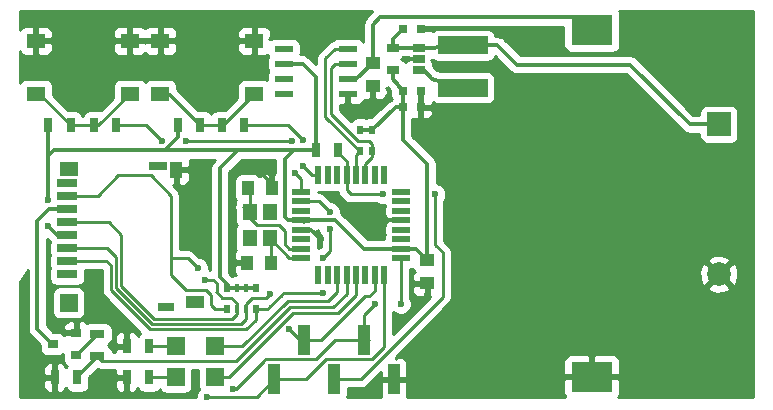
<source format=gtl>
G04 #@! TF.FileFunction,Copper,L1,Top,Signal*
%FSLAX46Y46*%
G04 Gerber Fmt 4.6, Leading zero omitted, Abs format (unit mm)*
G04 Created by KiCad (PCBNEW 4.0.7) date 02/28/18 21:52:48*
%MOMM*%
%LPD*%
G01*
G04 APERTURE LIST*
%ADD10C,0.100000*%
%ADD11R,3.510000X2.540000*%
%ADD12R,0.800000X0.750000*%
%ADD13R,1.000000X1.250000*%
%ADD14R,1.250000X1.000000*%
%ADD15R,1.500000X1.500000*%
%ADD16R,1.750000X0.700000*%
%ADD17R,1.500000X1.300000*%
%ADD18R,1.500000X0.800000*%
%ADD19R,1.000000X1.450000*%
%ADD20R,1.400000X0.800000*%
%ADD21R,1.550000X1.000000*%
%ADD22R,4.200000X1.500000*%
%ADD23R,0.900000X0.800000*%
%ADD24R,1.300000X0.700000*%
%ADD25R,0.700000X1.300000*%
%ADD26R,0.500000X0.800000*%
%ADD27R,0.400000X0.800000*%
%ADD28R,1.550000X1.300000*%
%ADD29R,1.060000X0.650000*%
%ADD30R,1.600000X0.550000*%
%ADD31R,0.550000X1.600000*%
%ADD32R,1.550000X0.600000*%
%ADD33R,2.000000X2.000000*%
%ADD34C,2.000000*%
%ADD35R,1.000000X2.510000*%
%ADD36R,1.200000X1.400000*%
%ADD37C,1.500000*%
%ADD38C,0.600000*%
%ADD39C,0.350000*%
%ADD40C,0.250000*%
%ADD41C,0.254000*%
G04 APERTURE END LIST*
D10*
D11*
X158343600Y-85091200D03*
X158343600Y-114451200D03*
D12*
X143904400Y-84988400D03*
X142404400Y-84988400D03*
X143853600Y-91643200D03*
X142353600Y-91643200D03*
X143853600Y-90220800D03*
X142353600Y-90220800D03*
D13*
X131238500Y-98488500D03*
X129238500Y-98488500D03*
X129175000Y-104775000D03*
X131175000Y-104775000D03*
D14*
X139801600Y-89849200D03*
X139801600Y-87849200D03*
D15*
X126414800Y-114503200D03*
X123114800Y-114503200D03*
X126414800Y-111861600D03*
X123114800Y-111861600D03*
D16*
X113933000Y-98044000D03*
D17*
X114058000Y-96844000D03*
D18*
X121658000Y-96594000D03*
D19*
X123158000Y-96919000D03*
D20*
X122308000Y-108544000D03*
D16*
X113933000Y-99144000D03*
X113933000Y-100244000D03*
X113933000Y-101344000D03*
X113933000Y-102444000D03*
X113933000Y-103544000D03*
X113933000Y-104644000D03*
X113933000Y-105744000D03*
D15*
X114058000Y-108194000D03*
D21*
X124733000Y-108144000D03*
D22*
X147421600Y-89988800D03*
X147421600Y-86388800D03*
D23*
X114690400Y-112608400D03*
X114690400Y-110708400D03*
X112690400Y-111658400D03*
D24*
X116484400Y-110810000D03*
X116484400Y-112710000D03*
D25*
X112892800Y-114503200D03*
X114792800Y-114503200D03*
X118963400Y-114503200D03*
X120863400Y-114503200D03*
X118963400Y-111861600D03*
X120863400Y-111861600D03*
X135003500Y-95250000D03*
X136903500Y-95250000D03*
X116207500Y-93154500D03*
X118107500Y-93154500D03*
X127002500Y-93154500D03*
X128902500Y-93154500D03*
X112334000Y-93154500D03*
X114234000Y-93154500D03*
X123319500Y-93154500D03*
X125219500Y-93154500D03*
D26*
X129876400Y-106897600D03*
D27*
X128276400Y-106897600D03*
X129076400Y-106897600D03*
D26*
X127476400Y-106897600D03*
D27*
X129076400Y-108697600D03*
D26*
X129876400Y-108697600D03*
D27*
X128276400Y-108697600D03*
D26*
X127476400Y-108697600D03*
X138755500Y-95324500D03*
X139755500Y-95324500D03*
X139755500Y-93524500D03*
X138755500Y-93524500D03*
D28*
X119240200Y-90489600D03*
X111290200Y-90489600D03*
X119240200Y-85989600D03*
X111290200Y-85989600D03*
X129755800Y-90489600D03*
X121805800Y-90489600D03*
X129755800Y-85989600D03*
X121805800Y-85989600D03*
D29*
X143746400Y-88478400D03*
X143746400Y-87528400D03*
X143746400Y-86578400D03*
X141546400Y-86578400D03*
X141546400Y-88478400D03*
D30*
X133735500Y-98800000D03*
X133735500Y-99600000D03*
X133735500Y-100400000D03*
X133735500Y-101200000D03*
X133735500Y-102000000D03*
X133735500Y-102800000D03*
X133735500Y-103600000D03*
X133735500Y-104400000D03*
D31*
X135185500Y-105850000D03*
X135985500Y-105850000D03*
X136785500Y-105850000D03*
X137585500Y-105850000D03*
X138385500Y-105850000D03*
X139185500Y-105850000D03*
X139985500Y-105850000D03*
X140785500Y-105850000D03*
D30*
X142235500Y-104400000D03*
X142235500Y-103600000D03*
X142235500Y-102800000D03*
X142235500Y-102000000D03*
X142235500Y-101200000D03*
X142235500Y-100400000D03*
X142235500Y-99600000D03*
X142235500Y-98800000D03*
D31*
X140785500Y-97350000D03*
X139985500Y-97350000D03*
X139185500Y-97350000D03*
X138385500Y-97350000D03*
X137585500Y-97350000D03*
X136785500Y-97350000D03*
X135985500Y-97350000D03*
X135185500Y-97350000D03*
D32*
X132275600Y-86690200D03*
X132275600Y-87960200D03*
X132275600Y-89230200D03*
X132275600Y-90500200D03*
X137675600Y-90500200D03*
X137675600Y-89230200D03*
X137675600Y-87960200D03*
X137675600Y-86690200D03*
D33*
X169113200Y-93065600D03*
D34*
X169113200Y-105765600D03*
D35*
X131445000Y-114659600D03*
X136525000Y-114659600D03*
X141605000Y-114659600D03*
X133985000Y-111349600D03*
X139065000Y-111349600D03*
D14*
X144399000Y-104537000D03*
X144399000Y-106537000D03*
D36*
X129375800Y-100525400D03*
X129375800Y-102725400D03*
X131075800Y-102725400D03*
X131075800Y-100525400D03*
D37*
X148844000Y-114363500D03*
D38*
X130111500Y-96964500D03*
X123571000Y-86423500D03*
X123698000Y-98679000D03*
X118935500Y-110490000D03*
X117729000Y-114490500D03*
X135382000Y-102806500D03*
X140589000Y-101219000D03*
X139801600Y-91338400D03*
X158369000Y-112014000D03*
X144399000Y-107632500D03*
X142570200Y-87503000D03*
X112268000Y-101650800D03*
X112268000Y-99466400D03*
X125806200Y-116128800D03*
X124968000Y-105219500D03*
X142176500Y-108267500D03*
X140017500Y-108267500D03*
X125603000Y-106222800D03*
X127990600Y-115443000D03*
X136144000Y-100520500D03*
X136144000Y-101917500D03*
X135572500Y-104394000D03*
X135572500Y-107378500D03*
X132740400Y-110439200D03*
X131114800Y-107467400D03*
X140652500Y-98996500D03*
X145097500Y-98996500D03*
X133223000Y-97155000D03*
X132969000Y-94488000D03*
X121920000Y-94488000D03*
X124015500Y-94488000D03*
X133858000Y-94361000D03*
X133858000Y-96583500D03*
D39*
X131238500Y-98091500D02*
X130111500Y-96964500D01*
X123137100Y-85989600D02*
X123571000Y-86423500D01*
X121805800Y-85989600D02*
X123137100Y-85989600D01*
X123158000Y-98139000D02*
X123698000Y-98679000D01*
X123158000Y-96919000D02*
X123158000Y-98139000D01*
X118963400Y-110517900D02*
X118935500Y-110490000D01*
X118963400Y-111861600D02*
X118963400Y-110517900D01*
X117741700Y-114503200D02*
X117729000Y-114490500D01*
X118963400Y-114503200D02*
X117741700Y-114503200D01*
X134575500Y-102000000D02*
X135382000Y-102806500D01*
X133735500Y-102000000D02*
X134575500Y-102000000D01*
X140608000Y-101200000D02*
X140589000Y-101219000D01*
X142235500Y-101200000D02*
X140608000Y-101200000D01*
X139801600Y-89849200D02*
X139801600Y-91338400D01*
X131238500Y-98488500D02*
X131238500Y-98091500D01*
X158343600Y-114451200D02*
X158343600Y-112039400D01*
X158343600Y-112039400D02*
X158369000Y-112014000D01*
X144399000Y-106537000D02*
X144399000Y-107632500D01*
X143904400Y-84988400D02*
X144221200Y-84988400D01*
X143746400Y-87528400D02*
X142595600Y-87528400D01*
X142595600Y-87528400D02*
X142570200Y-87503000D01*
X126847600Y-105968800D02*
X126847600Y-96799400D01*
X127476400Y-106597600D02*
X126847600Y-105968800D01*
X128206500Y-95313500D02*
X128206500Y-95250000D01*
X128270000Y-95250000D02*
X128206500Y-95313500D01*
X128397000Y-95250000D02*
X128270000Y-95250000D01*
X126847600Y-96799400D02*
X128397000Y-95250000D01*
X112334000Y-93154500D02*
X112334000Y-95692000D01*
X112334000Y-95692000D02*
X112268000Y-95758000D01*
X123319500Y-93154500D02*
X123319500Y-94168000D01*
X123319500Y-94168000D02*
X122237500Y-95250000D01*
X133096000Y-95250000D02*
X128206500Y-95250000D01*
X128206500Y-95250000D02*
X122237500Y-95250000D01*
X122237500Y-95250000D02*
X112776000Y-95250000D01*
X112268000Y-101650800D02*
X113061200Y-102444000D01*
X112268000Y-99466400D02*
X112268000Y-97485200D01*
X112268000Y-97485200D02*
X112268000Y-95758000D01*
X112776000Y-95250000D02*
X112268000Y-95758000D01*
X135003500Y-95250000D02*
X135003500Y-89093000D01*
X133870700Y-87960200D02*
X132275600Y-87960200D01*
X135003500Y-89093000D02*
X133870700Y-87960200D01*
X132359400Y-98033800D02*
X132359400Y-95986600D01*
X133735500Y-101200000D02*
X132632500Y-101200000D01*
X132359400Y-100926900D02*
X132632500Y-101200000D01*
X132359400Y-98033800D02*
X132359400Y-100926900D01*
X133096000Y-95250000D02*
X135003500Y-95250000D01*
X132359400Y-95986600D02*
X133096000Y-95250000D01*
X144399000Y-104537000D02*
X144399000Y-96443800D01*
X142353600Y-94398400D02*
X142353600Y-91643200D01*
X144399000Y-96443800D02*
X142353600Y-94398400D01*
X142235500Y-103600000D02*
X139033000Y-103600000D01*
X136633000Y-101200000D02*
X133735500Y-101200000D01*
X139033000Y-103600000D02*
X136633000Y-101200000D01*
X142235500Y-103600000D02*
X143462000Y-103600000D01*
X143462000Y-103600000D02*
X144399000Y-104537000D01*
X129076400Y-106897600D02*
X129876400Y-106897600D01*
X128276400Y-106897600D02*
X129076400Y-106897600D01*
X127476400Y-106897600D02*
X128276400Y-106897600D01*
X127476400Y-106597600D02*
X127476400Y-106897600D01*
X113933000Y-102444000D02*
X113061200Y-102444000D01*
X133735500Y-101200000D02*
X133978700Y-101301600D01*
X142353600Y-91643200D02*
X141789200Y-91643200D01*
X141789200Y-91643200D02*
X139755500Y-93524500D01*
X139755500Y-93524500D02*
X138755500Y-93524500D01*
X142235500Y-103600000D02*
X142220700Y-103701600D01*
X141546400Y-88478400D02*
X141546400Y-89210400D01*
X141546400Y-89210400D02*
X142353600Y-90220800D01*
X142353600Y-90220800D02*
X142353600Y-91643200D01*
D40*
X120863400Y-114503200D02*
X123114800Y-114503200D01*
X120863400Y-111861600D02*
X123114800Y-111861600D01*
X132588000Y-108026200D02*
X136004300Y-108026200D01*
X128752600Y-111861600D02*
X132588000Y-108026200D01*
X126414800Y-111861600D02*
X128752600Y-111861600D01*
X136785500Y-107245000D02*
X136785500Y-105850000D01*
X136004300Y-108026200D02*
X136785500Y-107245000D01*
D39*
X112690400Y-111658400D02*
X112674400Y-111658400D01*
X112674400Y-111658400D02*
X111404400Y-110388400D01*
X112404800Y-100244000D02*
X113933000Y-100244000D01*
X111404400Y-101244400D02*
X112404800Y-100244000D01*
X111404400Y-110388400D02*
X111404400Y-101244400D01*
D40*
X112690400Y-111658400D02*
X112623600Y-111658400D01*
X123748800Y-104419400D02*
X124167900Y-104419400D01*
X131445000Y-114659600D02*
X129975800Y-116128800D01*
X123748800Y-104419400D02*
X122732800Y-104419400D01*
X125806200Y-116128800D02*
X129975800Y-116128800D01*
X124167900Y-104419400D02*
X124968000Y-105219500D01*
X139776200Y-112979200D02*
X139776200Y-112953800D01*
X134158800Y-114659600D02*
X135839200Y-112979200D01*
X135839200Y-112979200D02*
X139776200Y-112979200D01*
X131445000Y-114659600D02*
X134158800Y-114659600D01*
X140785500Y-111944500D02*
X140785500Y-105850000D01*
X139776200Y-112953800D02*
X140785500Y-111944500D01*
X131343400Y-114761200D02*
X131745800Y-114786600D01*
X131343400Y-114761200D02*
X131445000Y-114659600D01*
X131546600Y-114761200D02*
X131445000Y-114659600D01*
X131445000Y-114659600D02*
X131445000Y-114122200D01*
X123520200Y-106603800D02*
X123977400Y-107061000D01*
X122732800Y-105816400D02*
X123520200Y-106603800D01*
X122732800Y-104419400D02*
X122732800Y-105816400D01*
X126477600Y-108697600D02*
X127476400Y-108697600D01*
X126111000Y-108331000D02*
X126477600Y-108697600D01*
X126111000Y-107518200D02*
X126111000Y-108331000D01*
X125653800Y-107061000D02*
X126111000Y-107518200D01*
X123977400Y-107061000D02*
X125653800Y-107061000D01*
X113933000Y-99144000D02*
X116502000Y-99144000D01*
X122732800Y-99110800D02*
X122732800Y-103479600D01*
X121005600Y-97383600D02*
X122732800Y-99110800D01*
X118262400Y-97383600D02*
X121005600Y-97383600D01*
X116502000Y-99144000D02*
X118262400Y-97383600D01*
X122732800Y-103479600D02*
X122732800Y-104419400D01*
X131597400Y-114020600D02*
X131597400Y-113588800D01*
X139065000Y-111349600D02*
X139065000Y-109220000D01*
X142235500Y-108208500D02*
X142235500Y-104400000D01*
X142176500Y-108267500D02*
X142235500Y-108208500D01*
X139065000Y-109220000D02*
X140017500Y-108267500D01*
X136783000Y-111349600D02*
X136605200Y-111349600D01*
X139065000Y-111349600D02*
X136783000Y-111349600D01*
X130708400Y-112953800D02*
X130581400Y-113080800D01*
X135001000Y-112953800D02*
X130708400Y-112953800D01*
X136605200Y-111349600D02*
X135001000Y-112953800D01*
X128219200Y-115443000D02*
X130581400Y-113080800D01*
X126580900Y-107276900D02*
X126580900Y-106489500D01*
X126314200Y-106222800D02*
X125603000Y-106222800D01*
X126580900Y-106489500D02*
X126314200Y-106222800D01*
X127990600Y-115443000D02*
X128219200Y-115443000D01*
X130581400Y-113080800D02*
X130683000Y-112979200D01*
X128276400Y-108697600D02*
X128276400Y-108210400D01*
X128276400Y-108210400D02*
X127838200Y-107772200D01*
X127838200Y-107772200D02*
X127076200Y-107772200D01*
X127076200Y-107772200D02*
X126580900Y-107276900D01*
X126580900Y-107276900D02*
X126568200Y-107264200D01*
X113933000Y-101344000D02*
X117447600Y-101344000D01*
X128276400Y-109162800D02*
X128276400Y-108697600D01*
X127914400Y-109524800D02*
X128276400Y-109162800D01*
X121361200Y-109524800D02*
X127914400Y-109524800D01*
X118516400Y-106730800D02*
X121310400Y-109524800D01*
X118516400Y-102412800D02*
X118516400Y-106730800D01*
X117447600Y-101344000D02*
X118516400Y-102412800D01*
X139166600Y-111451200D02*
X139065000Y-111349600D01*
X139065000Y-111349600D02*
X139450000Y-111349600D01*
X132232400Y-107365800D02*
X135559800Y-107365800D01*
X132232400Y-107365800D02*
X132080000Y-107518200D01*
X131038600Y-108559600D02*
X132080000Y-107518200D01*
X130900600Y-108697600D02*
X131038600Y-108559600D01*
X129876400Y-108697600D02*
X130900600Y-108697600D01*
X135223500Y-99600000D02*
X133735500Y-99600000D01*
X136144000Y-100520500D02*
X135223500Y-99600000D01*
X136144000Y-103822500D02*
X136144000Y-101917500D01*
X135572500Y-104394000D02*
X136144000Y-103822500D01*
X135559800Y-107365800D02*
X135572500Y-107378500D01*
X133779700Y-99644200D02*
X133735500Y-99600000D01*
X129039198Y-110432002D02*
X120944806Y-110432002D01*
X117242400Y-104644000D02*
X113933000Y-104644000D01*
X129876400Y-108697600D02*
X129876400Y-109594800D01*
X129039198Y-110432002D02*
X129876400Y-109594800D01*
X117609198Y-107096394D02*
X120944806Y-110432002D01*
X117609198Y-105010798D02*
X117609198Y-107096394D01*
X117242400Y-104644000D02*
X117609198Y-105010798D01*
X133985000Y-111349600D02*
X135411400Y-111349600D01*
X139985500Y-107156500D02*
X139985500Y-105850000D01*
X139509500Y-107632500D02*
X139985500Y-107156500D01*
X139128500Y-107632500D02*
X139509500Y-107632500D01*
X135411400Y-111349600D02*
X139128500Y-107632500D01*
X129540000Y-107797600D02*
X130784600Y-107797600D01*
X129076400Y-108261200D02*
X129540000Y-107797600D01*
X129076400Y-108697600D02*
X129076400Y-108261200D01*
X132740400Y-110439200D02*
X133650800Y-111349600D01*
X130784600Y-107797600D02*
X131114800Y-107467400D01*
X133650800Y-111349600D02*
X133985000Y-111349600D01*
X134086600Y-111451200D02*
X133985000Y-111349600D01*
X133985000Y-111349600D02*
X134141400Y-111349600D01*
X133985000Y-111349600D02*
X133574600Y-111349600D01*
X121131202Y-109982000D02*
X128625600Y-109982000D01*
X117310800Y-103544000D02*
X118059200Y-104292400D01*
X118059200Y-104292400D02*
X118059200Y-106909998D01*
X118059200Y-106909998D02*
X121131202Y-109982000D01*
X128625600Y-109982000D02*
X129076400Y-109531200D01*
X129076400Y-108697600D02*
X129076400Y-109531200D01*
X117310800Y-103544000D02*
X113933000Y-103544000D01*
X133985000Y-111349600D02*
X133985000Y-110718600D01*
X145732500Y-107696000D02*
X145732500Y-103886000D01*
X138768900Y-114659600D02*
X145732500Y-107696000D01*
X136525000Y-114659600D02*
X138768900Y-114659600D01*
X137585500Y-98660000D02*
X137585500Y-97350000D01*
X137922000Y-98996500D02*
X137585500Y-98660000D01*
X140652500Y-98996500D02*
X137922000Y-98996500D01*
X145097500Y-103251000D02*
X145097500Y-98996500D01*
X145732500Y-103886000D02*
X145097500Y-103251000D01*
X136903500Y-95250000D02*
X136903500Y-95501500D01*
X136903500Y-95501500D02*
X137585500Y-96183500D01*
X137585500Y-96183500D02*
X137585500Y-97350000D01*
X136626600Y-114761200D02*
X136525000Y-114659600D01*
X136677400Y-114782600D02*
X136427400Y-114757200D01*
X136427400Y-114757200D02*
X136525000Y-114659600D01*
X136677400Y-114782600D02*
X136681400Y-114786600D01*
X139755500Y-95324500D02*
X139755500Y-94734000D01*
X136238402Y-91694000D02*
X136245600Y-91694000D01*
X136238402Y-92169402D02*
X136238402Y-91694000D01*
X138557000Y-94488000D02*
X136238402Y-92169402D01*
X139509500Y-94488000D02*
X138557000Y-94488000D01*
X139755500Y-94734000D02*
X139509500Y-94488000D01*
X139185500Y-97350000D02*
X139185500Y-96399500D01*
X139755500Y-95829500D02*
X139755500Y-95324500D01*
X139185500Y-96399500D02*
X139755500Y-95829500D01*
X136626600Y-87960200D02*
X137675600Y-87960200D01*
X136245600Y-91694000D02*
X136245600Y-88341200D01*
X136245600Y-88341200D02*
X136626600Y-87960200D01*
X136245600Y-91694000D02*
X136245600Y-91694000D01*
X138755500Y-95324500D02*
X138695000Y-95324500D01*
X138695000Y-95324500D02*
X135788400Y-92417900D01*
X135788400Y-91998800D02*
X135788400Y-87477600D01*
X135788400Y-87477600D02*
X136575800Y-86690200D01*
X136575800Y-86690200D02*
X137675600Y-86690200D01*
X135788400Y-92417900D02*
X135788400Y-91998800D01*
X138385500Y-97350000D02*
X138385500Y-95694500D01*
X138385500Y-95694500D02*
X138755500Y-95324500D01*
X132969000Y-94488000D02*
X124015500Y-94488000D01*
X133735500Y-97667500D02*
X133223000Y-97155000D01*
X133735500Y-98800000D02*
X133735500Y-97667500D01*
X120586500Y-93154500D02*
X118107500Y-93154500D01*
X121920000Y-94488000D02*
X120586500Y-93154500D01*
X135185500Y-97350000D02*
X134624500Y-97350000D01*
X132651500Y-93154500D02*
X128902500Y-93154500D01*
X133858000Y-94361000D02*
X132651500Y-93154500D01*
X134624500Y-97350000D02*
X133858000Y-96583500D01*
X132791200Y-108534200D02*
X136448800Y-108534200D01*
X118313200Y-113131600D02*
X116906000Y-113131600D01*
X118313200Y-113131600D02*
X128193800Y-113131600D01*
X128193800Y-113131600D02*
X132207000Y-109118400D01*
X116484400Y-112710000D02*
X116906000Y-113131600D01*
X132207000Y-109118400D02*
X132791200Y-108534200D01*
X137585500Y-107397500D02*
X137585500Y-105850000D01*
X136448800Y-108534200D02*
X137585500Y-107397500D01*
X114792800Y-114503200D02*
X114792800Y-114401600D01*
X114792800Y-114401600D02*
X116484400Y-112710000D01*
D39*
X169113200Y-93065600D02*
X166624000Y-93065600D01*
X150346000Y-86388800D02*
X147421600Y-86388800D01*
X151993600Y-88036400D02*
X150346000Y-86388800D01*
X161594800Y-88036400D02*
X151993600Y-88036400D01*
X166624000Y-93065600D02*
X161594800Y-88036400D01*
X143746400Y-86578400D02*
X144968000Y-86578400D01*
X144968000Y-86578400D02*
X145919600Y-86388800D01*
X145919600Y-86388800D02*
X147421600Y-86388800D01*
X147926200Y-86893400D02*
X147421600Y-86388800D01*
X141546400Y-86578400D02*
X141546400Y-85846400D01*
X141546400Y-85846400D02*
X142404400Y-84988400D01*
X143746400Y-86578400D02*
X141546400Y-86578400D01*
X147331800Y-86299000D02*
X147421600Y-86388800D01*
D40*
X133735500Y-103600000D02*
X132746500Y-103600000D01*
X132334000Y-102108000D02*
X131851400Y-101625400D01*
X132334000Y-103187500D02*
X132334000Y-102108000D01*
X132746500Y-103600000D02*
X132334000Y-103187500D01*
X129375800Y-100525400D02*
X129375800Y-98625800D01*
X129375800Y-98625800D02*
X129238500Y-98488500D01*
X131851400Y-101625400D02*
X129971800Y-101625400D01*
X129971800Y-101625400D02*
X129375800Y-101029400D01*
X129375800Y-101029400D02*
X129375800Y-100525400D01*
X128844200Y-100070000D02*
X129401200Y-100627000D01*
X133070600Y-109042200D02*
X136893300Y-109042200D01*
X127609600Y-114503200D02*
X132410200Y-109702600D01*
X126414800Y-114503200D02*
X127609600Y-114503200D01*
X132410200Y-109702600D02*
X133070600Y-109042200D01*
X138385500Y-107550000D02*
X138385500Y-105850000D01*
X136893300Y-109042200D02*
X138385500Y-107550000D01*
D39*
X143746400Y-88478400D02*
X144104400Y-88478400D01*
X144104400Y-88478400D02*
X144852800Y-89226800D01*
X144852800Y-89226800D02*
X147421600Y-89988800D01*
X146224400Y-89988800D02*
X147421600Y-89988800D01*
D40*
X114690400Y-112608400D02*
X114690400Y-112604000D01*
X114690400Y-112604000D02*
X116484400Y-110810000D01*
D39*
X139801600Y-87849200D02*
X139801600Y-84632800D01*
X140411200Y-84023200D02*
X157275600Y-84023200D01*
X139801600Y-84632800D02*
X140411200Y-84023200D01*
X157275600Y-84023200D02*
X158343600Y-85091200D01*
X137675600Y-89230200D02*
X138420600Y-89230200D01*
X138420600Y-89230200D02*
X139801600Y-87849200D01*
D40*
X133735500Y-104400000D02*
X132750400Y-104400000D01*
X132750400Y-104400000D02*
X131075800Y-102725400D01*
X131175000Y-104775000D02*
X131175000Y-102824600D01*
X131175000Y-102824600D02*
X131075800Y-102725400D01*
X133735500Y-104400000D02*
X134185500Y-104501600D01*
X116207500Y-93154500D02*
X116575300Y-93154500D01*
X116575300Y-93154500D02*
X119240200Y-90489600D01*
X114234000Y-93154500D02*
X116207500Y-93154500D01*
X111290200Y-90489600D02*
X111569100Y-90489600D01*
X111569100Y-90489600D02*
X114234000Y-93154500D01*
X119240200Y-90489600D02*
X118770800Y-90489600D01*
X111290200Y-90489600D02*
X111759600Y-90489600D01*
X127002500Y-93154500D02*
X127090900Y-93154500D01*
X127090900Y-93154500D02*
X129755800Y-90489600D01*
X125219500Y-93154500D02*
X127002500Y-93154500D01*
X121805800Y-90489600D02*
X122554600Y-90489600D01*
X122554600Y-90489600D02*
X125219500Y-93154500D01*
D39*
X125183900Y-93190100D02*
X125219500Y-93154500D01*
X125183900Y-93190100D02*
X125219500Y-93154500D01*
D40*
X129755800Y-90489600D02*
X129134000Y-90489600D01*
X121805800Y-90489600D02*
X122173600Y-90489600D01*
D41*
G36*
X172010000Y-116130000D02*
X160587825Y-116130000D01*
X160636927Y-116080898D01*
X160733600Y-115847509D01*
X160733600Y-114736950D01*
X160574850Y-114578200D01*
X158470600Y-114578200D01*
X158470600Y-114598200D01*
X158216600Y-114598200D01*
X158216600Y-114578200D01*
X156112350Y-114578200D01*
X155953600Y-114736950D01*
X155953600Y-115847509D01*
X156050273Y-116080898D01*
X156099375Y-116130000D01*
X142703097Y-116130000D01*
X142740000Y-116040909D01*
X142740000Y-114945350D01*
X142581250Y-114786600D01*
X141732000Y-114786600D01*
X141732000Y-114806600D01*
X141478000Y-114806600D01*
X141478000Y-114786600D01*
X140628750Y-114786600D01*
X140470000Y-114945350D01*
X140470000Y-116040909D01*
X140506903Y-116130000D01*
X137628820Y-116130000D01*
X137672440Y-115914600D01*
X137672440Y-115419600D01*
X138768900Y-115419600D01*
X139059739Y-115361748D01*
X139306301Y-115197001D01*
X140470000Y-114033302D01*
X140470000Y-114373850D01*
X140628750Y-114532600D01*
X141478000Y-114532600D01*
X141478000Y-114512600D01*
X141732000Y-114512600D01*
X141732000Y-114532600D01*
X142581250Y-114532600D01*
X142740000Y-114373850D01*
X142740000Y-113278291D01*
X142647465Y-113054891D01*
X155953600Y-113054891D01*
X155953600Y-114165450D01*
X156112350Y-114324200D01*
X158216600Y-114324200D01*
X158216600Y-112704950D01*
X158470600Y-112704950D01*
X158470600Y-114324200D01*
X160574850Y-114324200D01*
X160733600Y-114165450D01*
X160733600Y-113054891D01*
X160636927Y-112821502D01*
X160458299Y-112642873D01*
X160224910Y-112546200D01*
X158629350Y-112546200D01*
X158470600Y-112704950D01*
X158216600Y-112704950D01*
X158057850Y-112546200D01*
X156462290Y-112546200D01*
X156228901Y-112642873D01*
X156050273Y-112821502D01*
X155953600Y-113054891D01*
X142647465Y-113054891D01*
X142643327Y-113044902D01*
X142464699Y-112866273D01*
X142231310Y-112769600D01*
X141890750Y-112769600D01*
X141732002Y-112928348D01*
X141732002Y-112771300D01*
X146269901Y-108233401D01*
X146434648Y-107986839D01*
X146492500Y-107696000D01*
X146492500Y-106918132D01*
X168140273Y-106918132D01*
X168238936Y-107184987D01*
X168848661Y-107411508D01*
X169498660Y-107387456D01*
X169987464Y-107184987D01*
X170086127Y-106918132D01*
X169113200Y-105945205D01*
X168140273Y-106918132D01*
X146492500Y-106918132D01*
X146492500Y-105501061D01*
X167467292Y-105501061D01*
X167491344Y-106151060D01*
X167693813Y-106639864D01*
X167960668Y-106738527D01*
X168933595Y-105765600D01*
X169292805Y-105765600D01*
X170265732Y-106738527D01*
X170532587Y-106639864D01*
X170759108Y-106030139D01*
X170735056Y-105380140D01*
X170532587Y-104891336D01*
X170265732Y-104792673D01*
X169292805Y-105765600D01*
X168933595Y-105765600D01*
X167960668Y-104792673D01*
X167693813Y-104891336D01*
X167467292Y-105501061D01*
X146492500Y-105501061D01*
X146492500Y-104613068D01*
X168140273Y-104613068D01*
X169113200Y-105585995D01*
X170086127Y-104613068D01*
X169987464Y-104346213D01*
X169377739Y-104119692D01*
X168727740Y-104143744D01*
X168238936Y-104346213D01*
X168140273Y-104613068D01*
X146492500Y-104613068D01*
X146492500Y-103886000D01*
X146434648Y-103595161D01*
X146269901Y-103348599D01*
X145857500Y-102936198D01*
X145857500Y-99558963D01*
X145889692Y-99526827D01*
X146032338Y-99183299D01*
X146032662Y-98811333D01*
X145890617Y-98467557D01*
X145627827Y-98204308D01*
X145284299Y-98061662D01*
X145209000Y-98061596D01*
X145209000Y-96443800D01*
X145147342Y-96133826D01*
X145042146Y-95976390D01*
X144971756Y-95871043D01*
X143163600Y-94062888D01*
X143163600Y-92585397D01*
X143327291Y-92653200D01*
X143567850Y-92653200D01*
X143726600Y-92494450D01*
X143726600Y-91770200D01*
X143980600Y-91770200D01*
X143980600Y-92494450D01*
X144139350Y-92653200D01*
X144379909Y-92653200D01*
X144613298Y-92556527D01*
X144791927Y-92377899D01*
X144888600Y-92144510D01*
X144888600Y-91928950D01*
X144729850Y-91770200D01*
X143980600Y-91770200D01*
X143726600Y-91770200D01*
X143706600Y-91770200D01*
X143706600Y-91516200D01*
X143726600Y-91516200D01*
X143726600Y-90347800D01*
X143706600Y-90347800D01*
X143706600Y-90093800D01*
X143726600Y-90093800D01*
X143726600Y-90073800D01*
X143980600Y-90073800D01*
X143980600Y-90093800D01*
X144000600Y-90093800D01*
X144000600Y-90347800D01*
X143980600Y-90347800D01*
X143980600Y-91516200D01*
X144729850Y-91516200D01*
X144888600Y-91357450D01*
X144888600Y-91211484D01*
X145069710Y-91335231D01*
X145321600Y-91386240D01*
X149521600Y-91386240D01*
X149756917Y-91341962D01*
X149973041Y-91202890D01*
X150118031Y-90990690D01*
X150169040Y-90738800D01*
X150169040Y-89238800D01*
X150124762Y-89003483D01*
X149985690Y-88787359D01*
X149773490Y-88642369D01*
X149521600Y-88591360D01*
X145558867Y-88591360D01*
X145280214Y-88508701D01*
X144923591Y-88152079D01*
X144897481Y-88013314D01*
X144911400Y-87979710D01*
X144911400Y-87814150D01*
X144752652Y-87655402D01*
X144911400Y-87655402D01*
X144911400Y-87627062D01*
X145069710Y-87735231D01*
X145321600Y-87786240D01*
X149521600Y-87786240D01*
X149756917Y-87741962D01*
X149973041Y-87602890D01*
X150118031Y-87390690D01*
X150132235Y-87320547D01*
X151420843Y-88609156D01*
X151500451Y-88662348D01*
X151683626Y-88784742D01*
X151993600Y-88846400D01*
X161259288Y-88846400D01*
X166051244Y-93638357D01*
X166314027Y-93813943D01*
X166451897Y-93841366D01*
X166624000Y-93875600D01*
X167465760Y-93875600D01*
X167465760Y-94065600D01*
X167510038Y-94300917D01*
X167649110Y-94517041D01*
X167861310Y-94662031D01*
X168113200Y-94713040D01*
X170113200Y-94713040D01*
X170348517Y-94668762D01*
X170564641Y-94529690D01*
X170709631Y-94317490D01*
X170760640Y-94065600D01*
X170760640Y-92065600D01*
X170716362Y-91830283D01*
X170577290Y-91614159D01*
X170365090Y-91469169D01*
X170113200Y-91418160D01*
X168113200Y-91418160D01*
X167877883Y-91462438D01*
X167661759Y-91601510D01*
X167516769Y-91813710D01*
X167465760Y-92065600D01*
X167465760Y-92255600D01*
X166959513Y-92255600D01*
X162167556Y-87463644D01*
X162084743Y-87408310D01*
X161904774Y-87288058D01*
X161594800Y-87226400D01*
X152329113Y-87226400D01*
X150918756Y-85816044D01*
X150878746Y-85789310D01*
X150655974Y-85640458D01*
X150346000Y-85578800D01*
X150157750Y-85578800D01*
X150124762Y-85403483D01*
X149985690Y-85187359D01*
X149773490Y-85042369D01*
X149521600Y-84991360D01*
X145321600Y-84991360D01*
X145086283Y-85035638D01*
X144870159Y-85174710D01*
X144857901Y-85192651D01*
X144780650Y-85115400D01*
X144031400Y-85115400D01*
X144031400Y-85135400D01*
X143777400Y-85135400D01*
X143777400Y-85115400D01*
X143757400Y-85115400D01*
X143757400Y-84861400D01*
X143777400Y-84861400D01*
X143777400Y-84841400D01*
X144031400Y-84841400D01*
X144031400Y-84861400D01*
X144780650Y-84861400D01*
X144808850Y-84833200D01*
X155941160Y-84833200D01*
X155941160Y-86361200D01*
X155985438Y-86596517D01*
X156124510Y-86812641D01*
X156336710Y-86957631D01*
X156588600Y-87008640D01*
X160098600Y-87008640D01*
X160333917Y-86964362D01*
X160550041Y-86825290D01*
X160695031Y-86613090D01*
X160746040Y-86361200D01*
X160746040Y-83821200D01*
X160701762Y-83585883D01*
X160655507Y-83514000D01*
X172010000Y-83514000D01*
X172010000Y-116130000D01*
X172010000Y-116130000D01*
G37*
X172010000Y-116130000D02*
X160587825Y-116130000D01*
X160636927Y-116080898D01*
X160733600Y-115847509D01*
X160733600Y-114736950D01*
X160574850Y-114578200D01*
X158470600Y-114578200D01*
X158470600Y-114598200D01*
X158216600Y-114598200D01*
X158216600Y-114578200D01*
X156112350Y-114578200D01*
X155953600Y-114736950D01*
X155953600Y-115847509D01*
X156050273Y-116080898D01*
X156099375Y-116130000D01*
X142703097Y-116130000D01*
X142740000Y-116040909D01*
X142740000Y-114945350D01*
X142581250Y-114786600D01*
X141732000Y-114786600D01*
X141732000Y-114806600D01*
X141478000Y-114806600D01*
X141478000Y-114786600D01*
X140628750Y-114786600D01*
X140470000Y-114945350D01*
X140470000Y-116040909D01*
X140506903Y-116130000D01*
X137628820Y-116130000D01*
X137672440Y-115914600D01*
X137672440Y-115419600D01*
X138768900Y-115419600D01*
X139059739Y-115361748D01*
X139306301Y-115197001D01*
X140470000Y-114033302D01*
X140470000Y-114373850D01*
X140628750Y-114532600D01*
X141478000Y-114532600D01*
X141478000Y-114512600D01*
X141732000Y-114512600D01*
X141732000Y-114532600D01*
X142581250Y-114532600D01*
X142740000Y-114373850D01*
X142740000Y-113278291D01*
X142647465Y-113054891D01*
X155953600Y-113054891D01*
X155953600Y-114165450D01*
X156112350Y-114324200D01*
X158216600Y-114324200D01*
X158216600Y-112704950D01*
X158470600Y-112704950D01*
X158470600Y-114324200D01*
X160574850Y-114324200D01*
X160733600Y-114165450D01*
X160733600Y-113054891D01*
X160636927Y-112821502D01*
X160458299Y-112642873D01*
X160224910Y-112546200D01*
X158629350Y-112546200D01*
X158470600Y-112704950D01*
X158216600Y-112704950D01*
X158057850Y-112546200D01*
X156462290Y-112546200D01*
X156228901Y-112642873D01*
X156050273Y-112821502D01*
X155953600Y-113054891D01*
X142647465Y-113054891D01*
X142643327Y-113044902D01*
X142464699Y-112866273D01*
X142231310Y-112769600D01*
X141890750Y-112769600D01*
X141732002Y-112928348D01*
X141732002Y-112771300D01*
X146269901Y-108233401D01*
X146434648Y-107986839D01*
X146492500Y-107696000D01*
X146492500Y-106918132D01*
X168140273Y-106918132D01*
X168238936Y-107184987D01*
X168848661Y-107411508D01*
X169498660Y-107387456D01*
X169987464Y-107184987D01*
X170086127Y-106918132D01*
X169113200Y-105945205D01*
X168140273Y-106918132D01*
X146492500Y-106918132D01*
X146492500Y-105501061D01*
X167467292Y-105501061D01*
X167491344Y-106151060D01*
X167693813Y-106639864D01*
X167960668Y-106738527D01*
X168933595Y-105765600D01*
X169292805Y-105765600D01*
X170265732Y-106738527D01*
X170532587Y-106639864D01*
X170759108Y-106030139D01*
X170735056Y-105380140D01*
X170532587Y-104891336D01*
X170265732Y-104792673D01*
X169292805Y-105765600D01*
X168933595Y-105765600D01*
X167960668Y-104792673D01*
X167693813Y-104891336D01*
X167467292Y-105501061D01*
X146492500Y-105501061D01*
X146492500Y-104613068D01*
X168140273Y-104613068D01*
X169113200Y-105585995D01*
X170086127Y-104613068D01*
X169987464Y-104346213D01*
X169377739Y-104119692D01*
X168727740Y-104143744D01*
X168238936Y-104346213D01*
X168140273Y-104613068D01*
X146492500Y-104613068D01*
X146492500Y-103886000D01*
X146434648Y-103595161D01*
X146269901Y-103348599D01*
X145857500Y-102936198D01*
X145857500Y-99558963D01*
X145889692Y-99526827D01*
X146032338Y-99183299D01*
X146032662Y-98811333D01*
X145890617Y-98467557D01*
X145627827Y-98204308D01*
X145284299Y-98061662D01*
X145209000Y-98061596D01*
X145209000Y-96443800D01*
X145147342Y-96133826D01*
X145042146Y-95976390D01*
X144971756Y-95871043D01*
X143163600Y-94062888D01*
X143163600Y-92585397D01*
X143327291Y-92653200D01*
X143567850Y-92653200D01*
X143726600Y-92494450D01*
X143726600Y-91770200D01*
X143980600Y-91770200D01*
X143980600Y-92494450D01*
X144139350Y-92653200D01*
X144379909Y-92653200D01*
X144613298Y-92556527D01*
X144791927Y-92377899D01*
X144888600Y-92144510D01*
X144888600Y-91928950D01*
X144729850Y-91770200D01*
X143980600Y-91770200D01*
X143726600Y-91770200D01*
X143706600Y-91770200D01*
X143706600Y-91516200D01*
X143726600Y-91516200D01*
X143726600Y-90347800D01*
X143706600Y-90347800D01*
X143706600Y-90093800D01*
X143726600Y-90093800D01*
X143726600Y-90073800D01*
X143980600Y-90073800D01*
X143980600Y-90093800D01*
X144000600Y-90093800D01*
X144000600Y-90347800D01*
X143980600Y-90347800D01*
X143980600Y-91516200D01*
X144729850Y-91516200D01*
X144888600Y-91357450D01*
X144888600Y-91211484D01*
X145069710Y-91335231D01*
X145321600Y-91386240D01*
X149521600Y-91386240D01*
X149756917Y-91341962D01*
X149973041Y-91202890D01*
X150118031Y-90990690D01*
X150169040Y-90738800D01*
X150169040Y-89238800D01*
X150124762Y-89003483D01*
X149985690Y-88787359D01*
X149773490Y-88642369D01*
X149521600Y-88591360D01*
X145558867Y-88591360D01*
X145280214Y-88508701D01*
X144923591Y-88152079D01*
X144897481Y-88013314D01*
X144911400Y-87979710D01*
X144911400Y-87814150D01*
X144752652Y-87655402D01*
X144911400Y-87655402D01*
X144911400Y-87627062D01*
X145069710Y-87735231D01*
X145321600Y-87786240D01*
X149521600Y-87786240D01*
X149756917Y-87741962D01*
X149973041Y-87602890D01*
X150118031Y-87390690D01*
X150132235Y-87320547D01*
X151420843Y-88609156D01*
X151500451Y-88662348D01*
X151683626Y-88784742D01*
X151993600Y-88846400D01*
X161259288Y-88846400D01*
X166051244Y-93638357D01*
X166314027Y-93813943D01*
X166451897Y-93841366D01*
X166624000Y-93875600D01*
X167465760Y-93875600D01*
X167465760Y-94065600D01*
X167510038Y-94300917D01*
X167649110Y-94517041D01*
X167861310Y-94662031D01*
X168113200Y-94713040D01*
X170113200Y-94713040D01*
X170348517Y-94668762D01*
X170564641Y-94529690D01*
X170709631Y-94317490D01*
X170760640Y-94065600D01*
X170760640Y-92065600D01*
X170716362Y-91830283D01*
X170577290Y-91614159D01*
X170365090Y-91469169D01*
X170113200Y-91418160D01*
X168113200Y-91418160D01*
X167877883Y-91462438D01*
X167661759Y-91601510D01*
X167516769Y-91813710D01*
X167465760Y-92065600D01*
X167465760Y-92255600D01*
X166959513Y-92255600D01*
X162167556Y-87463644D01*
X162084743Y-87408310D01*
X161904774Y-87288058D01*
X161594800Y-87226400D01*
X152329113Y-87226400D01*
X150918756Y-85816044D01*
X150878746Y-85789310D01*
X150655974Y-85640458D01*
X150346000Y-85578800D01*
X150157750Y-85578800D01*
X150124762Y-85403483D01*
X149985690Y-85187359D01*
X149773490Y-85042369D01*
X149521600Y-84991360D01*
X145321600Y-84991360D01*
X145086283Y-85035638D01*
X144870159Y-85174710D01*
X144857901Y-85192651D01*
X144780650Y-85115400D01*
X144031400Y-85115400D01*
X144031400Y-85135400D01*
X143777400Y-85135400D01*
X143777400Y-85115400D01*
X143757400Y-85115400D01*
X143757400Y-84861400D01*
X143777400Y-84861400D01*
X143777400Y-84841400D01*
X144031400Y-84841400D01*
X144031400Y-84861400D01*
X144780650Y-84861400D01*
X144808850Y-84833200D01*
X155941160Y-84833200D01*
X155941160Y-86361200D01*
X155985438Y-86596517D01*
X156124510Y-86812641D01*
X156336710Y-86957631D01*
X156588600Y-87008640D01*
X160098600Y-87008640D01*
X160333917Y-86964362D01*
X160550041Y-86825290D01*
X160695031Y-86613090D01*
X160746040Y-86361200D01*
X160746040Y-83821200D01*
X160701762Y-83585883D01*
X160655507Y-83514000D01*
X172010000Y-83514000D01*
X172010000Y-116130000D01*
G36*
X110594400Y-110388400D02*
X110656058Y-110698374D01*
X110789712Y-110898400D01*
X110831644Y-110961156D01*
X111592960Y-111722473D01*
X111592960Y-112058400D01*
X111637238Y-112293717D01*
X111776310Y-112509841D01*
X111988510Y-112654831D01*
X112240400Y-112705840D01*
X113140400Y-112705840D01*
X113375717Y-112661562D01*
X113591841Y-112522490D01*
X113592960Y-112520852D01*
X113592960Y-113008400D01*
X113637238Y-113243717D01*
X113776310Y-113459841D01*
X113889968Y-113537500D01*
X113846369Y-113601310D01*
X113839609Y-113634690D01*
X113781127Y-113493501D01*
X113602498Y-113314873D01*
X113369109Y-113218200D01*
X113178550Y-113218200D01*
X113019800Y-113376950D01*
X113019800Y-114376200D01*
X113039800Y-114376200D01*
X113039800Y-114630200D01*
X113019800Y-114630200D01*
X113019800Y-115629450D01*
X113178550Y-115788200D01*
X113369109Y-115788200D01*
X113602498Y-115691527D01*
X113781127Y-115512899D01*
X113837454Y-115376913D01*
X113839638Y-115388517D01*
X113978710Y-115604641D01*
X114190910Y-115749631D01*
X114442800Y-115800640D01*
X115142800Y-115800640D01*
X115378117Y-115756362D01*
X115594241Y-115617290D01*
X115739231Y-115405090D01*
X115790240Y-115153200D01*
X115790240Y-114788950D01*
X117978400Y-114788950D01*
X117978400Y-115279510D01*
X118075073Y-115512899D01*
X118253702Y-115691527D01*
X118487091Y-115788200D01*
X118677650Y-115788200D01*
X118836400Y-115629450D01*
X118836400Y-114630200D01*
X118137150Y-114630200D01*
X117978400Y-114788950D01*
X115790240Y-114788950D01*
X115790240Y-114478962D01*
X116507434Y-113761768D01*
X116615160Y-113833748D01*
X116650613Y-113840800D01*
X116906000Y-113891600D01*
X117978400Y-113891600D01*
X117978400Y-114217450D01*
X118137150Y-114376200D01*
X118836400Y-114376200D01*
X118836400Y-114356200D01*
X119090400Y-114356200D01*
X119090400Y-114376200D01*
X119110400Y-114376200D01*
X119110400Y-114630200D01*
X119090400Y-114630200D01*
X119090400Y-115629450D01*
X119249150Y-115788200D01*
X119439709Y-115788200D01*
X119673098Y-115691527D01*
X119851727Y-115512899D01*
X119908054Y-115376913D01*
X119910238Y-115388517D01*
X120049310Y-115604641D01*
X120261510Y-115749631D01*
X120513400Y-115800640D01*
X121213400Y-115800640D01*
X121448717Y-115756362D01*
X121664841Y-115617290D01*
X121759736Y-115478407D01*
X121761638Y-115488517D01*
X121900710Y-115704641D01*
X122112910Y-115849631D01*
X122364800Y-115900640D01*
X123864800Y-115900640D01*
X124100117Y-115856362D01*
X124316241Y-115717290D01*
X124461231Y-115505090D01*
X124512240Y-115253200D01*
X124512240Y-113891600D01*
X125017360Y-113891600D01*
X125017360Y-115253200D01*
X125061638Y-115488517D01*
X125086090Y-115526517D01*
X125014008Y-115598473D01*
X124871362Y-115942001D01*
X124871198Y-116130000D01*
X109930000Y-116130000D01*
X109930000Y-114788950D01*
X111907800Y-114788950D01*
X111907800Y-115279510D01*
X112004473Y-115512899D01*
X112183102Y-115691527D01*
X112416491Y-115788200D01*
X112607050Y-115788200D01*
X112765800Y-115629450D01*
X112765800Y-114630200D01*
X112066550Y-114630200D01*
X111907800Y-114788950D01*
X109930000Y-114788950D01*
X109930000Y-113726890D01*
X111907800Y-113726890D01*
X111907800Y-114217450D01*
X112066550Y-114376200D01*
X112765800Y-114376200D01*
X112765800Y-113376950D01*
X112607050Y-113218200D01*
X112416491Y-113218200D01*
X112183102Y-113314873D01*
X112004473Y-113493501D01*
X111907800Y-113726890D01*
X109930000Y-113726890D01*
X109930000Y-106387376D01*
X110594400Y-105393032D01*
X110594400Y-110388400D01*
X110594400Y-110388400D01*
G37*
X110594400Y-110388400D02*
X110656058Y-110698374D01*
X110789712Y-110898400D01*
X110831644Y-110961156D01*
X111592960Y-111722473D01*
X111592960Y-112058400D01*
X111637238Y-112293717D01*
X111776310Y-112509841D01*
X111988510Y-112654831D01*
X112240400Y-112705840D01*
X113140400Y-112705840D01*
X113375717Y-112661562D01*
X113591841Y-112522490D01*
X113592960Y-112520852D01*
X113592960Y-113008400D01*
X113637238Y-113243717D01*
X113776310Y-113459841D01*
X113889968Y-113537500D01*
X113846369Y-113601310D01*
X113839609Y-113634690D01*
X113781127Y-113493501D01*
X113602498Y-113314873D01*
X113369109Y-113218200D01*
X113178550Y-113218200D01*
X113019800Y-113376950D01*
X113019800Y-114376200D01*
X113039800Y-114376200D01*
X113039800Y-114630200D01*
X113019800Y-114630200D01*
X113019800Y-115629450D01*
X113178550Y-115788200D01*
X113369109Y-115788200D01*
X113602498Y-115691527D01*
X113781127Y-115512899D01*
X113837454Y-115376913D01*
X113839638Y-115388517D01*
X113978710Y-115604641D01*
X114190910Y-115749631D01*
X114442800Y-115800640D01*
X115142800Y-115800640D01*
X115378117Y-115756362D01*
X115594241Y-115617290D01*
X115739231Y-115405090D01*
X115790240Y-115153200D01*
X115790240Y-114788950D01*
X117978400Y-114788950D01*
X117978400Y-115279510D01*
X118075073Y-115512899D01*
X118253702Y-115691527D01*
X118487091Y-115788200D01*
X118677650Y-115788200D01*
X118836400Y-115629450D01*
X118836400Y-114630200D01*
X118137150Y-114630200D01*
X117978400Y-114788950D01*
X115790240Y-114788950D01*
X115790240Y-114478962D01*
X116507434Y-113761768D01*
X116615160Y-113833748D01*
X116650613Y-113840800D01*
X116906000Y-113891600D01*
X117978400Y-113891600D01*
X117978400Y-114217450D01*
X118137150Y-114376200D01*
X118836400Y-114376200D01*
X118836400Y-114356200D01*
X119090400Y-114356200D01*
X119090400Y-114376200D01*
X119110400Y-114376200D01*
X119110400Y-114630200D01*
X119090400Y-114630200D01*
X119090400Y-115629450D01*
X119249150Y-115788200D01*
X119439709Y-115788200D01*
X119673098Y-115691527D01*
X119851727Y-115512899D01*
X119908054Y-115376913D01*
X119910238Y-115388517D01*
X120049310Y-115604641D01*
X120261510Y-115749631D01*
X120513400Y-115800640D01*
X121213400Y-115800640D01*
X121448717Y-115756362D01*
X121664841Y-115617290D01*
X121759736Y-115478407D01*
X121761638Y-115488517D01*
X121900710Y-115704641D01*
X122112910Y-115849631D01*
X122364800Y-115900640D01*
X123864800Y-115900640D01*
X124100117Y-115856362D01*
X124316241Y-115717290D01*
X124461231Y-115505090D01*
X124512240Y-115253200D01*
X124512240Y-113891600D01*
X125017360Y-113891600D01*
X125017360Y-115253200D01*
X125061638Y-115488517D01*
X125086090Y-115526517D01*
X125014008Y-115598473D01*
X124871362Y-115942001D01*
X124871198Y-116130000D01*
X109930000Y-116130000D01*
X109930000Y-114788950D01*
X111907800Y-114788950D01*
X111907800Y-115279510D01*
X112004473Y-115512899D01*
X112183102Y-115691527D01*
X112416491Y-115788200D01*
X112607050Y-115788200D01*
X112765800Y-115629450D01*
X112765800Y-114630200D01*
X112066550Y-114630200D01*
X111907800Y-114788950D01*
X109930000Y-114788950D01*
X109930000Y-113726890D01*
X111907800Y-113726890D01*
X111907800Y-114217450D01*
X112066550Y-114376200D01*
X112765800Y-114376200D01*
X112765800Y-113376950D01*
X112607050Y-113218200D01*
X112416491Y-113218200D01*
X112183102Y-113314873D01*
X112004473Y-113493501D01*
X111907800Y-113726890D01*
X109930000Y-113726890D01*
X109930000Y-106387376D01*
X110594400Y-105393032D01*
X110594400Y-110388400D01*
G36*
X112444138Y-102972451D02*
X112449574Y-103001342D01*
X112410560Y-103194000D01*
X112410560Y-103894000D01*
X112449574Y-104101342D01*
X112410560Y-104294000D01*
X112410560Y-104994000D01*
X112449574Y-105201342D01*
X112410560Y-105394000D01*
X112410560Y-106094000D01*
X112454838Y-106329317D01*
X112593910Y-106545441D01*
X112806110Y-106690431D01*
X113058000Y-106741440D01*
X114808000Y-106741440D01*
X115043317Y-106697162D01*
X115259441Y-106558090D01*
X115404431Y-106345890D01*
X115455440Y-106094000D01*
X115455440Y-105404000D01*
X116849198Y-105404000D01*
X116849198Y-107096394D01*
X116907050Y-107387233D01*
X117071797Y-107633795D01*
X120137137Y-110699135D01*
X120061959Y-110747510D01*
X119916969Y-110959710D01*
X119910209Y-110993090D01*
X119851727Y-110851901D01*
X119673098Y-110673273D01*
X119439709Y-110576600D01*
X119249150Y-110576600D01*
X119090400Y-110735350D01*
X119090400Y-111734600D01*
X119110400Y-111734600D01*
X119110400Y-111988600D01*
X119090400Y-111988600D01*
X119090400Y-112008600D01*
X118836400Y-112008600D01*
X118836400Y-111988600D01*
X118137150Y-111988600D01*
X117978400Y-112147350D01*
X117978400Y-112371600D01*
X117781840Y-112371600D01*
X117781840Y-112360000D01*
X117737562Y-112124683D01*
X117598490Y-111908559D01*
X117386290Y-111763569D01*
X117373203Y-111760919D01*
X117585841Y-111624090D01*
X117730831Y-111411890D01*
X117781840Y-111160000D01*
X117781840Y-111085290D01*
X117978400Y-111085290D01*
X117978400Y-111575850D01*
X118137150Y-111734600D01*
X118836400Y-111734600D01*
X118836400Y-110735350D01*
X118677650Y-110576600D01*
X118487091Y-110576600D01*
X118253702Y-110673273D01*
X118075073Y-110851901D01*
X117978400Y-111085290D01*
X117781840Y-111085290D01*
X117781840Y-110460000D01*
X117737562Y-110224683D01*
X117598490Y-110008559D01*
X117386290Y-109863569D01*
X117134400Y-109812560D01*
X115834400Y-109812560D01*
X115599083Y-109856838D01*
X115591648Y-109861622D01*
X115500098Y-109770073D01*
X115266709Y-109673400D01*
X114976150Y-109673400D01*
X114817400Y-109832150D01*
X114817400Y-110581400D01*
X114837400Y-110581400D01*
X114837400Y-110835400D01*
X114817400Y-110835400D01*
X114817400Y-110855400D01*
X114563400Y-110855400D01*
X114563400Y-110835400D01*
X113764150Y-110835400D01*
X113678138Y-110921412D01*
X113604490Y-110806959D01*
X113392290Y-110661969D01*
X113140400Y-110610960D01*
X112772473Y-110610960D01*
X112343603Y-110182090D01*
X113605400Y-110182090D01*
X113605400Y-110422650D01*
X113764150Y-110581400D01*
X114563400Y-110581400D01*
X114563400Y-109832150D01*
X114404650Y-109673400D01*
X114114091Y-109673400D01*
X113880702Y-109770073D01*
X113702073Y-109948701D01*
X113605400Y-110182090D01*
X112343603Y-110182090D01*
X112214400Y-110052888D01*
X112214400Y-107444000D01*
X112660560Y-107444000D01*
X112660560Y-108944000D01*
X112704838Y-109179317D01*
X112843910Y-109395441D01*
X113056110Y-109540431D01*
X113308000Y-109591440D01*
X114808000Y-109591440D01*
X115043317Y-109547162D01*
X115259441Y-109408090D01*
X115404431Y-109195890D01*
X115455440Y-108944000D01*
X115455440Y-107444000D01*
X115411162Y-107208683D01*
X115272090Y-106992559D01*
X115059890Y-106847569D01*
X114808000Y-106796560D01*
X113308000Y-106796560D01*
X113072683Y-106840838D01*
X112856559Y-106979910D01*
X112711569Y-107192110D01*
X112660560Y-107444000D01*
X112214400Y-107444000D01*
X112214400Y-102742713D01*
X112444138Y-102972451D01*
X112444138Y-102972451D01*
G37*
X112444138Y-102972451D02*
X112449574Y-103001342D01*
X112410560Y-103194000D01*
X112410560Y-103894000D01*
X112449574Y-104101342D01*
X112410560Y-104294000D01*
X112410560Y-104994000D01*
X112449574Y-105201342D01*
X112410560Y-105394000D01*
X112410560Y-106094000D01*
X112454838Y-106329317D01*
X112593910Y-106545441D01*
X112806110Y-106690431D01*
X113058000Y-106741440D01*
X114808000Y-106741440D01*
X115043317Y-106697162D01*
X115259441Y-106558090D01*
X115404431Y-106345890D01*
X115455440Y-106094000D01*
X115455440Y-105404000D01*
X116849198Y-105404000D01*
X116849198Y-107096394D01*
X116907050Y-107387233D01*
X117071797Y-107633795D01*
X120137137Y-110699135D01*
X120061959Y-110747510D01*
X119916969Y-110959710D01*
X119910209Y-110993090D01*
X119851727Y-110851901D01*
X119673098Y-110673273D01*
X119439709Y-110576600D01*
X119249150Y-110576600D01*
X119090400Y-110735350D01*
X119090400Y-111734600D01*
X119110400Y-111734600D01*
X119110400Y-111988600D01*
X119090400Y-111988600D01*
X119090400Y-112008600D01*
X118836400Y-112008600D01*
X118836400Y-111988600D01*
X118137150Y-111988600D01*
X117978400Y-112147350D01*
X117978400Y-112371600D01*
X117781840Y-112371600D01*
X117781840Y-112360000D01*
X117737562Y-112124683D01*
X117598490Y-111908559D01*
X117386290Y-111763569D01*
X117373203Y-111760919D01*
X117585841Y-111624090D01*
X117730831Y-111411890D01*
X117781840Y-111160000D01*
X117781840Y-111085290D01*
X117978400Y-111085290D01*
X117978400Y-111575850D01*
X118137150Y-111734600D01*
X118836400Y-111734600D01*
X118836400Y-110735350D01*
X118677650Y-110576600D01*
X118487091Y-110576600D01*
X118253702Y-110673273D01*
X118075073Y-110851901D01*
X117978400Y-111085290D01*
X117781840Y-111085290D01*
X117781840Y-110460000D01*
X117737562Y-110224683D01*
X117598490Y-110008559D01*
X117386290Y-109863569D01*
X117134400Y-109812560D01*
X115834400Y-109812560D01*
X115599083Y-109856838D01*
X115591648Y-109861622D01*
X115500098Y-109770073D01*
X115266709Y-109673400D01*
X114976150Y-109673400D01*
X114817400Y-109832150D01*
X114817400Y-110581400D01*
X114837400Y-110581400D01*
X114837400Y-110835400D01*
X114817400Y-110835400D01*
X114817400Y-110855400D01*
X114563400Y-110855400D01*
X114563400Y-110835400D01*
X113764150Y-110835400D01*
X113678138Y-110921412D01*
X113604490Y-110806959D01*
X113392290Y-110661969D01*
X113140400Y-110610960D01*
X112772473Y-110610960D01*
X112343603Y-110182090D01*
X113605400Y-110182090D01*
X113605400Y-110422650D01*
X113764150Y-110581400D01*
X114563400Y-110581400D01*
X114563400Y-109832150D01*
X114404650Y-109673400D01*
X114114091Y-109673400D01*
X113880702Y-109770073D01*
X113702073Y-109948701D01*
X113605400Y-110182090D01*
X112343603Y-110182090D01*
X112214400Y-110052888D01*
X112214400Y-107444000D01*
X112660560Y-107444000D01*
X112660560Y-108944000D01*
X112704838Y-109179317D01*
X112843910Y-109395441D01*
X113056110Y-109540431D01*
X113308000Y-109591440D01*
X114808000Y-109591440D01*
X115043317Y-109547162D01*
X115259441Y-109408090D01*
X115404431Y-109195890D01*
X115455440Y-108944000D01*
X115455440Y-107444000D01*
X115411162Y-107208683D01*
X115272090Y-106992559D01*
X115059890Y-106847569D01*
X114808000Y-106796560D01*
X113308000Y-106796560D01*
X113072683Y-106840838D01*
X112856559Y-106979910D01*
X112711569Y-107192110D01*
X112660560Y-107444000D01*
X112214400Y-107444000D01*
X112214400Y-102742713D01*
X112444138Y-102972451D01*
G36*
X143309910Y-105488441D02*
X143378006Y-105534969D01*
X143235673Y-105677302D01*
X143139000Y-105910691D01*
X143139000Y-106251250D01*
X143297750Y-106410000D01*
X144272000Y-106410000D01*
X144272000Y-106390000D01*
X144526000Y-106390000D01*
X144526000Y-106410000D01*
X144546000Y-106410000D01*
X144546000Y-106664000D01*
X144526000Y-106664000D01*
X144526000Y-107513250D01*
X144683224Y-107670474D01*
X141545500Y-110808198D01*
X141545500Y-108958843D01*
X141646173Y-109059692D01*
X141989701Y-109202338D01*
X142361667Y-109202662D01*
X142705443Y-109060617D01*
X142968692Y-108797827D01*
X143111338Y-108454299D01*
X143111662Y-108082333D01*
X142995500Y-107801199D01*
X142995500Y-106822750D01*
X143139000Y-106822750D01*
X143139000Y-107163309D01*
X143235673Y-107396698D01*
X143414301Y-107575327D01*
X143647690Y-107672000D01*
X144113250Y-107672000D01*
X144272000Y-107513250D01*
X144272000Y-106664000D01*
X143297750Y-106664000D01*
X143139000Y-106822750D01*
X142995500Y-106822750D01*
X142995500Y-105322440D01*
X143035500Y-105322440D01*
X143184991Y-105294311D01*
X143309910Y-105488441D01*
X143309910Y-105488441D01*
G37*
X143309910Y-105488441D02*
X143378006Y-105534969D01*
X143235673Y-105677302D01*
X143139000Y-105910691D01*
X143139000Y-106251250D01*
X143297750Y-106410000D01*
X144272000Y-106410000D01*
X144272000Y-106390000D01*
X144526000Y-106390000D01*
X144526000Y-106410000D01*
X144546000Y-106410000D01*
X144546000Y-106664000D01*
X144526000Y-106664000D01*
X144526000Y-107513250D01*
X144683224Y-107670474D01*
X141545500Y-110808198D01*
X141545500Y-108958843D01*
X141646173Y-109059692D01*
X141989701Y-109202338D01*
X142361667Y-109202662D01*
X142705443Y-109060617D01*
X142968692Y-108797827D01*
X143111338Y-108454299D01*
X143111662Y-108082333D01*
X142995500Y-107801199D01*
X142995500Y-106822750D01*
X143139000Y-106822750D01*
X143139000Y-107163309D01*
X143235673Y-107396698D01*
X143414301Y-107575327D01*
X143647690Y-107672000D01*
X144113250Y-107672000D01*
X144272000Y-107513250D01*
X144272000Y-106664000D01*
X143297750Y-106664000D01*
X143139000Y-106822750D01*
X142995500Y-106822750D01*
X142995500Y-105322440D01*
X143035500Y-105322440D01*
X143184991Y-105294311D01*
X143309910Y-105488441D01*
G36*
X131549400Y-97228500D02*
X131524250Y-97228500D01*
X131365500Y-97387250D01*
X131365500Y-98361500D01*
X131385500Y-98361500D01*
X131385500Y-98615500D01*
X131365500Y-98615500D01*
X131365500Y-98635500D01*
X131111500Y-98635500D01*
X131111500Y-98615500D01*
X131091500Y-98615500D01*
X131091500Y-98361500D01*
X131111500Y-98361500D01*
X131111500Y-97387250D01*
X130952750Y-97228500D01*
X130612191Y-97228500D01*
X130378802Y-97325173D01*
X130237564Y-97466410D01*
X130202590Y-97412059D01*
X129990390Y-97267069D01*
X129738500Y-97216060D01*
X128738500Y-97216060D01*
X128503183Y-97260338D01*
X128287059Y-97399410D01*
X128142069Y-97611610D01*
X128091060Y-97863500D01*
X128091060Y-99113500D01*
X128135338Y-99348817D01*
X128231154Y-99497720D01*
X128179369Y-99573510D01*
X128128360Y-99825400D01*
X128128360Y-99847995D01*
X128084200Y-100070000D01*
X128128360Y-100292005D01*
X128128360Y-101225400D01*
X128172638Y-101460717D01*
X128279559Y-101626877D01*
X128179369Y-101773510D01*
X128128360Y-102025400D01*
X128128360Y-103425400D01*
X128172638Y-103660717D01*
X128209293Y-103717681D01*
X128136673Y-103790301D01*
X128040000Y-104023690D01*
X128040000Y-104489250D01*
X128198750Y-104648000D01*
X129048000Y-104648000D01*
X129048000Y-104628000D01*
X129302000Y-104628000D01*
X129302000Y-104648000D01*
X129322000Y-104648000D01*
X129322000Y-104902000D01*
X129302000Y-104902000D01*
X129302000Y-104922000D01*
X129048000Y-104922000D01*
X129048000Y-104902000D01*
X128198750Y-104902000D01*
X128040000Y-105060750D01*
X128040000Y-105526310D01*
X128136673Y-105759699D01*
X128227135Y-105850160D01*
X128076400Y-105850160D01*
X127906451Y-105882138D01*
X127657600Y-105633288D01*
X127657600Y-97134912D01*
X128732513Y-96060000D01*
X131549400Y-96060000D01*
X131549400Y-97228500D01*
X131549400Y-97228500D01*
G37*
X131549400Y-97228500D02*
X131524250Y-97228500D01*
X131365500Y-97387250D01*
X131365500Y-98361500D01*
X131385500Y-98361500D01*
X131385500Y-98615500D01*
X131365500Y-98615500D01*
X131365500Y-98635500D01*
X131111500Y-98635500D01*
X131111500Y-98615500D01*
X131091500Y-98615500D01*
X131091500Y-98361500D01*
X131111500Y-98361500D01*
X131111500Y-97387250D01*
X130952750Y-97228500D01*
X130612191Y-97228500D01*
X130378802Y-97325173D01*
X130237564Y-97466410D01*
X130202590Y-97412059D01*
X129990390Y-97267069D01*
X129738500Y-97216060D01*
X128738500Y-97216060D01*
X128503183Y-97260338D01*
X128287059Y-97399410D01*
X128142069Y-97611610D01*
X128091060Y-97863500D01*
X128091060Y-99113500D01*
X128135338Y-99348817D01*
X128231154Y-99497720D01*
X128179369Y-99573510D01*
X128128360Y-99825400D01*
X128128360Y-99847995D01*
X128084200Y-100070000D01*
X128128360Y-100292005D01*
X128128360Y-101225400D01*
X128172638Y-101460717D01*
X128279559Y-101626877D01*
X128179369Y-101773510D01*
X128128360Y-102025400D01*
X128128360Y-103425400D01*
X128172638Y-103660717D01*
X128209293Y-103717681D01*
X128136673Y-103790301D01*
X128040000Y-104023690D01*
X128040000Y-104489250D01*
X128198750Y-104648000D01*
X129048000Y-104648000D01*
X129048000Y-104628000D01*
X129302000Y-104628000D01*
X129302000Y-104648000D01*
X129322000Y-104648000D01*
X129322000Y-104902000D01*
X129302000Y-104902000D01*
X129302000Y-104922000D01*
X129048000Y-104922000D01*
X129048000Y-104902000D01*
X128198750Y-104902000D01*
X128040000Y-105060750D01*
X128040000Y-105526310D01*
X128136673Y-105759699D01*
X128227135Y-105850160D01*
X128076400Y-105850160D01*
X127906451Y-105882138D01*
X127657600Y-105633288D01*
X127657600Y-97134912D01*
X128732513Y-96060000D01*
X131549400Y-96060000D01*
X131549400Y-97228500D01*
G36*
X126274844Y-96226644D02*
X126099258Y-96489426D01*
X126037600Y-96799400D01*
X126037600Y-105390858D01*
X125902900Y-105334926D01*
X125903162Y-105034333D01*
X125761117Y-104690557D01*
X125498327Y-104427308D01*
X125154799Y-104284662D01*
X125107923Y-104284621D01*
X124705301Y-103881999D01*
X124458739Y-103717252D01*
X124167900Y-103659400D01*
X123492800Y-103659400D01*
X123492800Y-99110800D01*
X123434948Y-98819961D01*
X123270201Y-98573399D01*
X122924026Y-98227224D01*
X123031000Y-98120250D01*
X123031000Y-97114688D01*
X123044909Y-97046000D01*
X123285000Y-97046000D01*
X123285000Y-98120250D01*
X123443750Y-98279000D01*
X123784310Y-98279000D01*
X124017699Y-98182327D01*
X124196327Y-98003698D01*
X124293000Y-97770309D01*
X124293000Y-97204750D01*
X124134250Y-97046000D01*
X123285000Y-97046000D01*
X123044909Y-97046000D01*
X123055440Y-96994000D01*
X123055440Y-96772000D01*
X123285000Y-96772000D01*
X123285000Y-96792000D01*
X124134250Y-96792000D01*
X124293000Y-96633250D01*
X124293000Y-96067691D01*
X124289814Y-96060000D01*
X126441488Y-96060000D01*
X126274844Y-96226644D01*
X126274844Y-96226644D01*
G37*
X126274844Y-96226644D02*
X126099258Y-96489426D01*
X126037600Y-96799400D01*
X126037600Y-105390858D01*
X125902900Y-105334926D01*
X125903162Y-105034333D01*
X125761117Y-104690557D01*
X125498327Y-104427308D01*
X125154799Y-104284662D01*
X125107923Y-104284621D01*
X124705301Y-103881999D01*
X124458739Y-103717252D01*
X124167900Y-103659400D01*
X123492800Y-103659400D01*
X123492800Y-99110800D01*
X123434948Y-98819961D01*
X123270201Y-98573399D01*
X122924026Y-98227224D01*
X123031000Y-98120250D01*
X123031000Y-97114688D01*
X123044909Y-97046000D01*
X123285000Y-97046000D01*
X123285000Y-98120250D01*
X123443750Y-98279000D01*
X123784310Y-98279000D01*
X124017699Y-98182327D01*
X124196327Y-98003698D01*
X124293000Y-97770309D01*
X124293000Y-97204750D01*
X124134250Y-97046000D01*
X123285000Y-97046000D01*
X123044909Y-97046000D01*
X123055440Y-96994000D01*
X123055440Y-96772000D01*
X123285000Y-96772000D01*
X123285000Y-96792000D01*
X124134250Y-96792000D01*
X124293000Y-96633250D01*
X124293000Y-96067691D01*
X124289814Y-96060000D01*
X126441488Y-96060000D01*
X126274844Y-96226644D01*
G36*
X135208838Y-102102667D02*
X135350883Y-102446443D01*
X135384000Y-102479618D01*
X135384000Y-103460215D01*
X135182940Y-103543291D01*
X135182940Y-103325000D01*
X135158556Y-103195411D01*
X135182940Y-103075000D01*
X135182940Y-102525000D01*
X135163050Y-102419295D01*
X135170500Y-102401310D01*
X135170500Y-102285750D01*
X135074099Y-102189349D01*
X135033980Y-102127002D01*
X135170500Y-102127002D01*
X135170500Y-102010000D01*
X135208919Y-102010000D01*
X135208838Y-102102667D01*
X135208838Y-102102667D01*
G37*
X135208838Y-102102667D02*
X135350883Y-102446443D01*
X135384000Y-102479618D01*
X135384000Y-103460215D01*
X135182940Y-103543291D01*
X135182940Y-103325000D01*
X135158556Y-103195411D01*
X135182940Y-103075000D01*
X135182940Y-102525000D01*
X135163050Y-102419295D01*
X135170500Y-102401310D01*
X135170500Y-102285750D01*
X135074099Y-102189349D01*
X135033980Y-102127002D01*
X135170500Y-102127002D01*
X135170500Y-102010000D01*
X135208919Y-102010000D01*
X135208838Y-102102667D01*
G36*
X136510500Y-98797440D02*
X136852839Y-98797440D01*
X136883352Y-98950839D01*
X137048099Y-99197401D01*
X137384599Y-99533901D01*
X137631161Y-99698648D01*
X137922000Y-99756500D01*
X140090037Y-99756500D01*
X140122173Y-99788692D01*
X140465701Y-99931338D01*
X140798715Y-99931628D01*
X140812444Y-100004589D01*
X140788060Y-100125000D01*
X140788060Y-100675000D01*
X140807950Y-100780705D01*
X140800500Y-100798690D01*
X140800500Y-100914250D01*
X140896901Y-101010651D01*
X140971410Y-101126441D01*
X141078897Y-101199884D01*
X140984059Y-101260910D01*
X140895005Y-101391245D01*
X140800500Y-101485750D01*
X140800500Y-101601310D01*
X140808968Y-101621753D01*
X140788060Y-101725000D01*
X140788060Y-102275000D01*
X140812444Y-102404589D01*
X140788060Y-102525000D01*
X140788060Y-102790000D01*
X139368513Y-102790000D01*
X137205756Y-100627244D01*
X137113052Y-100565301D01*
X137078982Y-100542536D01*
X137079162Y-100335333D01*
X136937117Y-99991557D01*
X136674327Y-99728308D01*
X136330799Y-99585662D01*
X136283923Y-99585621D01*
X135760901Y-99062599D01*
X135514339Y-98897852D01*
X135223500Y-98840000D01*
X135182940Y-98840000D01*
X135182940Y-98797440D01*
X135460500Y-98797440D01*
X135590089Y-98773056D01*
X135710500Y-98797440D01*
X136260500Y-98797440D01*
X136390089Y-98773056D01*
X136510500Y-98797440D01*
X136510500Y-98797440D01*
G37*
X136510500Y-98797440D02*
X136852839Y-98797440D01*
X136883352Y-98950839D01*
X137048099Y-99197401D01*
X137384599Y-99533901D01*
X137631161Y-99698648D01*
X137922000Y-99756500D01*
X140090037Y-99756500D01*
X140122173Y-99788692D01*
X140465701Y-99931338D01*
X140798715Y-99931628D01*
X140812444Y-100004589D01*
X140788060Y-100125000D01*
X140788060Y-100675000D01*
X140807950Y-100780705D01*
X140800500Y-100798690D01*
X140800500Y-100914250D01*
X140896901Y-101010651D01*
X140971410Y-101126441D01*
X141078897Y-101199884D01*
X140984059Y-101260910D01*
X140895005Y-101391245D01*
X140800500Y-101485750D01*
X140800500Y-101601310D01*
X140808968Y-101621753D01*
X140788060Y-101725000D01*
X140788060Y-102275000D01*
X140812444Y-102404589D01*
X140788060Y-102525000D01*
X140788060Y-102790000D01*
X139368513Y-102790000D01*
X137205756Y-100627244D01*
X137113052Y-100565301D01*
X137078982Y-100542536D01*
X137079162Y-100335333D01*
X136937117Y-99991557D01*
X136674327Y-99728308D01*
X136330799Y-99585662D01*
X136283923Y-99585621D01*
X135760901Y-99062599D01*
X135514339Y-98897852D01*
X135223500Y-98840000D01*
X135182940Y-98840000D01*
X135182940Y-98797440D01*
X135460500Y-98797440D01*
X135590089Y-98773056D01*
X135710500Y-98797440D01*
X136260500Y-98797440D01*
X136390089Y-98773056D01*
X136510500Y-98797440D01*
G36*
X139928600Y-89722200D02*
X139948600Y-89722200D01*
X139948600Y-89976200D01*
X139928600Y-89976200D01*
X139928600Y-90825450D01*
X140087350Y-90984200D01*
X140552910Y-90984200D01*
X140786299Y-90887527D01*
X140964927Y-90708898D01*
X141061600Y-90475509D01*
X141061600Y-90134950D01*
X140902852Y-89976202D01*
X141061600Y-89976202D01*
X141061600Y-89901289D01*
X141306160Y-90207413D01*
X141306160Y-90595800D01*
X141350438Y-90831117D01*
X141415074Y-90931564D01*
X141407329Y-90942898D01*
X141360694Y-90974059D01*
X141239156Y-91048598D01*
X139694977Y-92477060D01*
X139505500Y-92477060D01*
X139270183Y-92521338D01*
X139258521Y-92528842D01*
X139257390Y-92528069D01*
X139005500Y-92477060D01*
X138505500Y-92477060D01*
X138270183Y-92521338D01*
X138054059Y-92660410D01*
X137952642Y-92808840D01*
X136998402Y-91854600D01*
X136998402Y-91730186D01*
X137005600Y-91694000D01*
X137005600Y-91435200D01*
X137389850Y-91435200D01*
X137548600Y-91276450D01*
X137548600Y-90627200D01*
X137528600Y-90627200D01*
X137528600Y-90373200D01*
X137548600Y-90373200D01*
X137548600Y-90353200D01*
X137802600Y-90353200D01*
X137802600Y-90373200D01*
X137822600Y-90373200D01*
X137822600Y-90627200D01*
X137802600Y-90627200D01*
X137802600Y-91276450D01*
X137961350Y-91435200D01*
X138576909Y-91435200D01*
X138810298Y-91338527D01*
X138988927Y-91159899D01*
X139061704Y-90984200D01*
X139515850Y-90984200D01*
X139674600Y-90825450D01*
X139674600Y-89976200D01*
X139654600Y-89976200D01*
X139654600Y-89722200D01*
X139674600Y-89722200D01*
X139674600Y-89702200D01*
X139928600Y-89702200D01*
X139928600Y-89722200D01*
X139928600Y-89722200D01*
G37*
X139928600Y-89722200D02*
X139948600Y-89722200D01*
X139948600Y-89976200D01*
X139928600Y-89976200D01*
X139928600Y-90825450D01*
X140087350Y-90984200D01*
X140552910Y-90984200D01*
X140786299Y-90887527D01*
X140964927Y-90708898D01*
X141061600Y-90475509D01*
X141061600Y-90134950D01*
X140902852Y-89976202D01*
X141061600Y-89976202D01*
X141061600Y-89901289D01*
X141306160Y-90207413D01*
X141306160Y-90595800D01*
X141350438Y-90831117D01*
X141415074Y-90931564D01*
X141407329Y-90942898D01*
X141360694Y-90974059D01*
X141239156Y-91048598D01*
X139694977Y-92477060D01*
X139505500Y-92477060D01*
X139270183Y-92521338D01*
X139258521Y-92528842D01*
X139257390Y-92528069D01*
X139005500Y-92477060D01*
X138505500Y-92477060D01*
X138270183Y-92521338D01*
X138054059Y-92660410D01*
X137952642Y-92808840D01*
X136998402Y-91854600D01*
X136998402Y-91730186D01*
X137005600Y-91694000D01*
X137005600Y-91435200D01*
X137389850Y-91435200D01*
X137548600Y-91276450D01*
X137548600Y-90627200D01*
X137528600Y-90627200D01*
X137528600Y-90373200D01*
X137548600Y-90373200D01*
X137548600Y-90353200D01*
X137802600Y-90353200D01*
X137802600Y-90373200D01*
X137822600Y-90373200D01*
X137822600Y-90627200D01*
X137802600Y-90627200D01*
X137802600Y-91276450D01*
X137961350Y-91435200D01*
X138576909Y-91435200D01*
X138810298Y-91338527D01*
X138988927Y-91159899D01*
X139061704Y-90984200D01*
X139515850Y-90984200D01*
X139674600Y-90825450D01*
X139674600Y-89976200D01*
X139654600Y-89976200D01*
X139654600Y-89722200D01*
X139674600Y-89722200D01*
X139674600Y-89702200D01*
X139928600Y-89702200D01*
X139928600Y-89722200D01*
G36*
X139228844Y-84060044D02*
X139053258Y-84322826D01*
X138991600Y-84632800D01*
X138991600Y-86058281D01*
X138914690Y-85938759D01*
X138702490Y-85793769D01*
X138450600Y-85742760D01*
X136900600Y-85742760D01*
X136665283Y-85787038D01*
X136449159Y-85926110D01*
X136426006Y-85959996D01*
X136284961Y-85988052D01*
X136038399Y-86152799D01*
X135250999Y-86940199D01*
X135086252Y-87186761D01*
X135028400Y-87477600D01*
X135028400Y-87972387D01*
X134443456Y-87387444D01*
X134352609Y-87326742D01*
X134180674Y-87211858D01*
X133870700Y-87150200D01*
X133665639Y-87150200D01*
X133698040Y-86990200D01*
X133698040Y-86390200D01*
X133653762Y-86154883D01*
X133514690Y-85938759D01*
X133302490Y-85793769D01*
X133050600Y-85742760D01*
X131500600Y-85742760D01*
X131265283Y-85787038D01*
X131147859Y-85862598D01*
X131007052Y-85862598D01*
X131165800Y-85703850D01*
X131165800Y-85213290D01*
X131069127Y-84979901D01*
X130890498Y-84801273D01*
X130657109Y-84704600D01*
X130041550Y-84704600D01*
X129882800Y-84863350D01*
X129882800Y-85862600D01*
X129902800Y-85862600D01*
X129902800Y-86116600D01*
X129882800Y-86116600D01*
X129882800Y-87115850D01*
X130041550Y-87274600D01*
X130657109Y-87274600D01*
X130888629Y-87178701D01*
X130897438Y-87225517D01*
X130961278Y-87324728D01*
X130904169Y-87408310D01*
X130853160Y-87660200D01*
X130853160Y-88260200D01*
X130897438Y-88495517D01*
X130961278Y-88594728D01*
X130904169Y-88678310D01*
X130853160Y-88930200D01*
X130853160Y-89291319D01*
X130782690Y-89243169D01*
X130530800Y-89192160D01*
X128980800Y-89192160D01*
X128745483Y-89236438D01*
X128529359Y-89375510D01*
X128384369Y-89587710D01*
X128333360Y-89839600D01*
X128333360Y-90837238D01*
X127313538Y-91857060D01*
X126652500Y-91857060D01*
X126417183Y-91901338D01*
X126201059Y-92040410D01*
X126110622Y-92172770D01*
X126033590Y-92053059D01*
X125821390Y-91908069D01*
X125569500Y-91857060D01*
X124996862Y-91857060D01*
X123228240Y-90088438D01*
X123228240Y-89839600D01*
X123183962Y-89604283D01*
X123044890Y-89388159D01*
X122832690Y-89243169D01*
X122580800Y-89192160D01*
X121030800Y-89192160D01*
X120795483Y-89236438D01*
X120579359Y-89375510D01*
X120523632Y-89457069D01*
X120479290Y-89388159D01*
X120267090Y-89243169D01*
X120015200Y-89192160D01*
X118465200Y-89192160D01*
X118229883Y-89236438D01*
X118013759Y-89375510D01*
X117868769Y-89587710D01*
X117817760Y-89839600D01*
X117817760Y-90837238D01*
X116757448Y-91897550D01*
X116557500Y-91857060D01*
X115857500Y-91857060D01*
X115622183Y-91901338D01*
X115406059Y-92040410D01*
X115261069Y-92252610D01*
X115232336Y-92394500D01*
X115210742Y-92394500D01*
X115187162Y-92269183D01*
X115048090Y-92053059D01*
X114835890Y-91908069D01*
X114584000Y-91857060D01*
X114011362Y-91857060D01*
X112712640Y-90558338D01*
X112712640Y-89839600D01*
X112668362Y-89604283D01*
X112529290Y-89388159D01*
X112317090Y-89243169D01*
X112065200Y-89192160D01*
X110515200Y-89192160D01*
X110279883Y-89236438D01*
X110063759Y-89375510D01*
X109930000Y-89571273D01*
X109930000Y-86886138D01*
X109976873Y-86999299D01*
X110155502Y-87177927D01*
X110388891Y-87274600D01*
X111004450Y-87274600D01*
X111163200Y-87115850D01*
X111163200Y-86116600D01*
X111417200Y-86116600D01*
X111417200Y-87115850D01*
X111575950Y-87274600D01*
X112191509Y-87274600D01*
X112424898Y-87177927D01*
X112603527Y-86999299D01*
X112700200Y-86765910D01*
X112700200Y-86275350D01*
X117830200Y-86275350D01*
X117830200Y-86765910D01*
X117926873Y-86999299D01*
X118105502Y-87177927D01*
X118338891Y-87274600D01*
X118954450Y-87274600D01*
X119113200Y-87115850D01*
X119113200Y-86116600D01*
X119367200Y-86116600D01*
X119367200Y-87115850D01*
X119525950Y-87274600D01*
X120141509Y-87274600D01*
X120374898Y-87177927D01*
X120523000Y-87029826D01*
X120671102Y-87177927D01*
X120904491Y-87274600D01*
X121520050Y-87274600D01*
X121678800Y-87115850D01*
X121678800Y-86116600D01*
X121932800Y-86116600D01*
X121932800Y-87115850D01*
X122091550Y-87274600D01*
X122707109Y-87274600D01*
X122940498Y-87177927D01*
X123119127Y-86999299D01*
X123215800Y-86765910D01*
X123215800Y-86275350D01*
X128345800Y-86275350D01*
X128345800Y-86765910D01*
X128442473Y-86999299D01*
X128621102Y-87177927D01*
X128854491Y-87274600D01*
X129470050Y-87274600D01*
X129628800Y-87115850D01*
X129628800Y-86116600D01*
X128504550Y-86116600D01*
X128345800Y-86275350D01*
X123215800Y-86275350D01*
X123057050Y-86116600D01*
X121932800Y-86116600D01*
X121678800Y-86116600D01*
X120554550Y-86116600D01*
X120523000Y-86148150D01*
X120491450Y-86116600D01*
X119367200Y-86116600D01*
X119113200Y-86116600D01*
X117988950Y-86116600D01*
X117830200Y-86275350D01*
X112700200Y-86275350D01*
X112541450Y-86116600D01*
X111417200Y-86116600D01*
X111163200Y-86116600D01*
X111143200Y-86116600D01*
X111143200Y-85862600D01*
X111163200Y-85862600D01*
X111163200Y-84863350D01*
X111417200Y-84863350D01*
X111417200Y-85862600D01*
X112541450Y-85862600D01*
X112700200Y-85703850D01*
X112700200Y-85213290D01*
X117830200Y-85213290D01*
X117830200Y-85703850D01*
X117988950Y-85862600D01*
X119113200Y-85862600D01*
X119113200Y-84863350D01*
X119367200Y-84863350D01*
X119367200Y-85862600D01*
X120491450Y-85862600D01*
X120523000Y-85831050D01*
X120554550Y-85862600D01*
X121678800Y-85862600D01*
X121678800Y-84863350D01*
X121932800Y-84863350D01*
X121932800Y-85862600D01*
X123057050Y-85862600D01*
X123215800Y-85703850D01*
X123215800Y-85213290D01*
X128345800Y-85213290D01*
X128345800Y-85703850D01*
X128504550Y-85862600D01*
X129628800Y-85862600D01*
X129628800Y-84863350D01*
X129470050Y-84704600D01*
X128854491Y-84704600D01*
X128621102Y-84801273D01*
X128442473Y-84979901D01*
X128345800Y-85213290D01*
X123215800Y-85213290D01*
X123119127Y-84979901D01*
X122940498Y-84801273D01*
X122707109Y-84704600D01*
X122091550Y-84704600D01*
X121932800Y-84863350D01*
X121678800Y-84863350D01*
X121520050Y-84704600D01*
X120904491Y-84704600D01*
X120671102Y-84801273D01*
X120523000Y-84949374D01*
X120374898Y-84801273D01*
X120141509Y-84704600D01*
X119525950Y-84704600D01*
X119367200Y-84863350D01*
X119113200Y-84863350D01*
X118954450Y-84704600D01*
X118338891Y-84704600D01*
X118105502Y-84801273D01*
X117926873Y-84979901D01*
X117830200Y-85213290D01*
X112700200Y-85213290D01*
X112603527Y-84979901D01*
X112424898Y-84801273D01*
X112191509Y-84704600D01*
X111575950Y-84704600D01*
X111417200Y-84863350D01*
X111163200Y-84863350D01*
X111004450Y-84704600D01*
X110388891Y-84704600D01*
X110155502Y-84801273D01*
X109976873Y-84979901D01*
X109930000Y-85093062D01*
X109930000Y-83514000D01*
X139774887Y-83514000D01*
X139228844Y-84060044D01*
X139228844Y-84060044D01*
G37*
X139228844Y-84060044D02*
X139053258Y-84322826D01*
X138991600Y-84632800D01*
X138991600Y-86058281D01*
X138914690Y-85938759D01*
X138702490Y-85793769D01*
X138450600Y-85742760D01*
X136900600Y-85742760D01*
X136665283Y-85787038D01*
X136449159Y-85926110D01*
X136426006Y-85959996D01*
X136284961Y-85988052D01*
X136038399Y-86152799D01*
X135250999Y-86940199D01*
X135086252Y-87186761D01*
X135028400Y-87477600D01*
X135028400Y-87972387D01*
X134443456Y-87387444D01*
X134352609Y-87326742D01*
X134180674Y-87211858D01*
X133870700Y-87150200D01*
X133665639Y-87150200D01*
X133698040Y-86990200D01*
X133698040Y-86390200D01*
X133653762Y-86154883D01*
X133514690Y-85938759D01*
X133302490Y-85793769D01*
X133050600Y-85742760D01*
X131500600Y-85742760D01*
X131265283Y-85787038D01*
X131147859Y-85862598D01*
X131007052Y-85862598D01*
X131165800Y-85703850D01*
X131165800Y-85213290D01*
X131069127Y-84979901D01*
X130890498Y-84801273D01*
X130657109Y-84704600D01*
X130041550Y-84704600D01*
X129882800Y-84863350D01*
X129882800Y-85862600D01*
X129902800Y-85862600D01*
X129902800Y-86116600D01*
X129882800Y-86116600D01*
X129882800Y-87115850D01*
X130041550Y-87274600D01*
X130657109Y-87274600D01*
X130888629Y-87178701D01*
X130897438Y-87225517D01*
X130961278Y-87324728D01*
X130904169Y-87408310D01*
X130853160Y-87660200D01*
X130853160Y-88260200D01*
X130897438Y-88495517D01*
X130961278Y-88594728D01*
X130904169Y-88678310D01*
X130853160Y-88930200D01*
X130853160Y-89291319D01*
X130782690Y-89243169D01*
X130530800Y-89192160D01*
X128980800Y-89192160D01*
X128745483Y-89236438D01*
X128529359Y-89375510D01*
X128384369Y-89587710D01*
X128333360Y-89839600D01*
X128333360Y-90837238D01*
X127313538Y-91857060D01*
X126652500Y-91857060D01*
X126417183Y-91901338D01*
X126201059Y-92040410D01*
X126110622Y-92172770D01*
X126033590Y-92053059D01*
X125821390Y-91908069D01*
X125569500Y-91857060D01*
X124996862Y-91857060D01*
X123228240Y-90088438D01*
X123228240Y-89839600D01*
X123183962Y-89604283D01*
X123044890Y-89388159D01*
X122832690Y-89243169D01*
X122580800Y-89192160D01*
X121030800Y-89192160D01*
X120795483Y-89236438D01*
X120579359Y-89375510D01*
X120523632Y-89457069D01*
X120479290Y-89388159D01*
X120267090Y-89243169D01*
X120015200Y-89192160D01*
X118465200Y-89192160D01*
X118229883Y-89236438D01*
X118013759Y-89375510D01*
X117868769Y-89587710D01*
X117817760Y-89839600D01*
X117817760Y-90837238D01*
X116757448Y-91897550D01*
X116557500Y-91857060D01*
X115857500Y-91857060D01*
X115622183Y-91901338D01*
X115406059Y-92040410D01*
X115261069Y-92252610D01*
X115232336Y-92394500D01*
X115210742Y-92394500D01*
X115187162Y-92269183D01*
X115048090Y-92053059D01*
X114835890Y-91908069D01*
X114584000Y-91857060D01*
X114011362Y-91857060D01*
X112712640Y-90558338D01*
X112712640Y-89839600D01*
X112668362Y-89604283D01*
X112529290Y-89388159D01*
X112317090Y-89243169D01*
X112065200Y-89192160D01*
X110515200Y-89192160D01*
X110279883Y-89236438D01*
X110063759Y-89375510D01*
X109930000Y-89571273D01*
X109930000Y-86886138D01*
X109976873Y-86999299D01*
X110155502Y-87177927D01*
X110388891Y-87274600D01*
X111004450Y-87274600D01*
X111163200Y-87115850D01*
X111163200Y-86116600D01*
X111417200Y-86116600D01*
X111417200Y-87115850D01*
X111575950Y-87274600D01*
X112191509Y-87274600D01*
X112424898Y-87177927D01*
X112603527Y-86999299D01*
X112700200Y-86765910D01*
X112700200Y-86275350D01*
X117830200Y-86275350D01*
X117830200Y-86765910D01*
X117926873Y-86999299D01*
X118105502Y-87177927D01*
X118338891Y-87274600D01*
X118954450Y-87274600D01*
X119113200Y-87115850D01*
X119113200Y-86116600D01*
X119367200Y-86116600D01*
X119367200Y-87115850D01*
X119525950Y-87274600D01*
X120141509Y-87274600D01*
X120374898Y-87177927D01*
X120523000Y-87029826D01*
X120671102Y-87177927D01*
X120904491Y-87274600D01*
X121520050Y-87274600D01*
X121678800Y-87115850D01*
X121678800Y-86116600D01*
X121932800Y-86116600D01*
X121932800Y-87115850D01*
X122091550Y-87274600D01*
X122707109Y-87274600D01*
X122940498Y-87177927D01*
X123119127Y-86999299D01*
X123215800Y-86765910D01*
X123215800Y-86275350D01*
X128345800Y-86275350D01*
X128345800Y-86765910D01*
X128442473Y-86999299D01*
X128621102Y-87177927D01*
X128854491Y-87274600D01*
X129470050Y-87274600D01*
X129628800Y-87115850D01*
X129628800Y-86116600D01*
X128504550Y-86116600D01*
X128345800Y-86275350D01*
X123215800Y-86275350D01*
X123057050Y-86116600D01*
X121932800Y-86116600D01*
X121678800Y-86116600D01*
X120554550Y-86116600D01*
X120523000Y-86148150D01*
X120491450Y-86116600D01*
X119367200Y-86116600D01*
X119113200Y-86116600D01*
X117988950Y-86116600D01*
X117830200Y-86275350D01*
X112700200Y-86275350D01*
X112541450Y-86116600D01*
X111417200Y-86116600D01*
X111163200Y-86116600D01*
X111143200Y-86116600D01*
X111143200Y-85862600D01*
X111163200Y-85862600D01*
X111163200Y-84863350D01*
X111417200Y-84863350D01*
X111417200Y-85862600D01*
X112541450Y-85862600D01*
X112700200Y-85703850D01*
X112700200Y-85213290D01*
X117830200Y-85213290D01*
X117830200Y-85703850D01*
X117988950Y-85862600D01*
X119113200Y-85862600D01*
X119113200Y-84863350D01*
X119367200Y-84863350D01*
X119367200Y-85862600D01*
X120491450Y-85862600D01*
X120523000Y-85831050D01*
X120554550Y-85862600D01*
X121678800Y-85862600D01*
X121678800Y-84863350D01*
X121932800Y-84863350D01*
X121932800Y-85862600D01*
X123057050Y-85862600D01*
X123215800Y-85703850D01*
X123215800Y-85213290D01*
X128345800Y-85213290D01*
X128345800Y-85703850D01*
X128504550Y-85862600D01*
X129628800Y-85862600D01*
X129628800Y-84863350D01*
X129470050Y-84704600D01*
X128854491Y-84704600D01*
X128621102Y-84801273D01*
X128442473Y-84979901D01*
X128345800Y-85213290D01*
X123215800Y-85213290D01*
X123119127Y-84979901D01*
X122940498Y-84801273D01*
X122707109Y-84704600D01*
X122091550Y-84704600D01*
X121932800Y-84863350D01*
X121678800Y-84863350D01*
X121520050Y-84704600D01*
X120904491Y-84704600D01*
X120671102Y-84801273D01*
X120523000Y-84949374D01*
X120374898Y-84801273D01*
X120141509Y-84704600D01*
X119525950Y-84704600D01*
X119367200Y-84863350D01*
X119113200Y-84863350D01*
X118954450Y-84704600D01*
X118338891Y-84704600D01*
X118105502Y-84801273D01*
X117926873Y-84979901D01*
X117830200Y-85213290D01*
X112700200Y-85213290D01*
X112603527Y-84979901D01*
X112424898Y-84801273D01*
X112191509Y-84704600D01*
X111575950Y-84704600D01*
X111417200Y-84863350D01*
X111163200Y-84863350D01*
X111004450Y-84704600D01*
X110388891Y-84704600D01*
X110155502Y-84801273D01*
X109976873Y-84979901D01*
X109930000Y-85093062D01*
X109930000Y-83514000D01*
X139774887Y-83514000D01*
X139228844Y-84060044D01*
G36*
X142740150Y-87401400D02*
X142820451Y-87401400D01*
X142964510Y-87499831D01*
X143101520Y-87527576D01*
X142981083Y-87550238D01*
X142817657Y-87655400D01*
X142740150Y-87655400D01*
X142600435Y-87795115D01*
X142540490Y-87701959D01*
X142328290Y-87556969D01*
X142191280Y-87529224D01*
X142311717Y-87506562D01*
X142495346Y-87388400D01*
X142727150Y-87388400D01*
X142740150Y-87401400D01*
X142740150Y-87401400D01*
G37*
X142740150Y-87401400D02*
X142820451Y-87401400D01*
X142964510Y-87499831D01*
X143101520Y-87527576D01*
X142981083Y-87550238D01*
X142817657Y-87655400D01*
X142740150Y-87655400D01*
X142600435Y-87795115D01*
X142540490Y-87701959D01*
X142328290Y-87556969D01*
X142191280Y-87529224D01*
X142311717Y-87506562D01*
X142495346Y-87388400D01*
X142727150Y-87388400D01*
X142740150Y-87401400D01*
M02*

</source>
